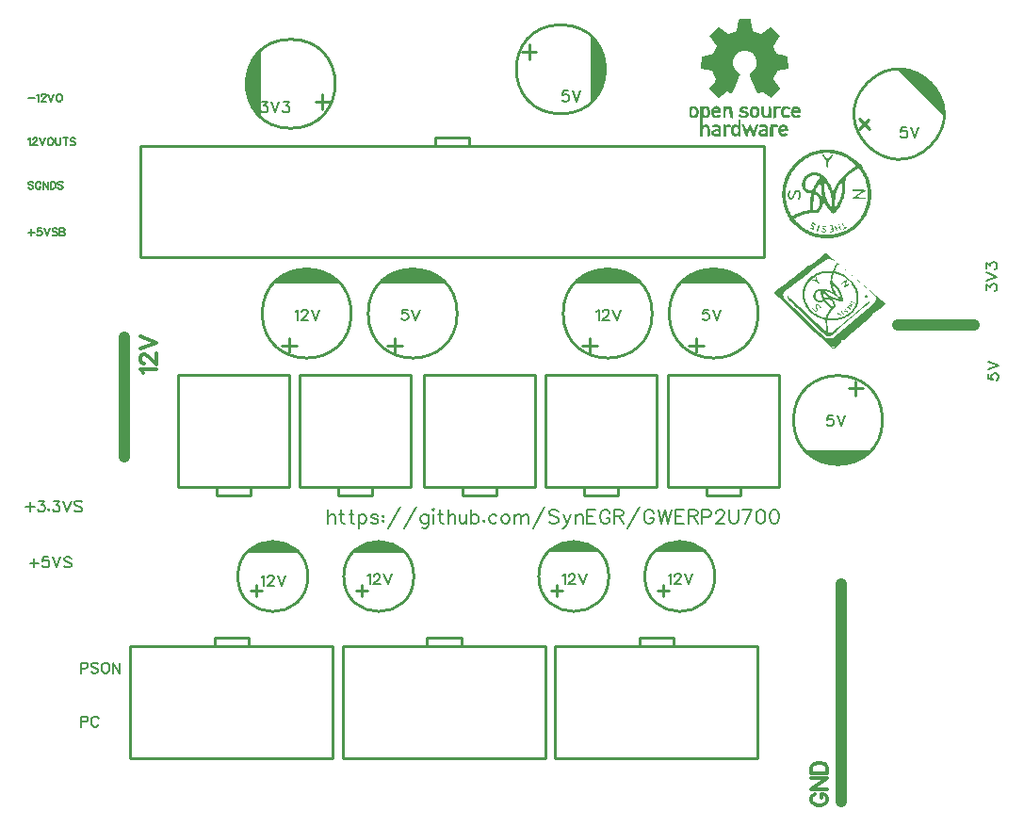
<source format=gto>
G04 Layer: TopSilkLayer*
G04 EasyEDA v6.4.19.4, 2021-09-27T21:18:42+08:00*
G04 328f29077b91436ca96412054b8b6626,119f753a6ce64b8d841f2ad33262ab0c,10*
G04 Gerber Generator version 0.2*
G04 Scale: 100 percent, Rotated: No, Reflected: No *
G04 Dimensions in millimeters *
G04 leading zeros omitted , absolute positions ,4 integer and 5 decimal *
%FSLAX45Y45*%
%MOMM*%

%ADD11C,0.2540*%
%ADD13C,1.0000*%
%ADD22C,0.2032*%
%ADD23C,0.3500*%
%ADD24C,0.2000*%

%LPD*%
G36*
X6972858Y7486853D02*
G01*
X6947357Y7486446D01*
X6941921Y7486040D01*
X6937756Y7485481D01*
X6934606Y7484719D01*
X6932371Y7483703D01*
X6930796Y7482433D01*
X6929780Y7480858D01*
X6929069Y7478928D01*
X6910019Y7380376D01*
X6837781Y7350150D01*
X6748272Y7411466D01*
X6670598Y7333742D01*
X6730695Y7245705D01*
X6713474Y7206183D01*
X6707733Y7193788D01*
X6702755Y7183678D01*
X6699097Y7177074D01*
X6697980Y7175500D01*
X6696100Y7174433D01*
X6692493Y7173010D01*
X6680657Y7169607D01*
X6664299Y7165746D01*
X6645046Y7161885D01*
X6596380Y7152792D01*
X6593840Y7042607D01*
X6644640Y7033259D01*
X6661099Y7029958D01*
X6674967Y7026859D01*
X6684568Y7024420D01*
X6687261Y7023506D01*
X6689547Y7022084D01*
X6692138Y7019544D01*
X6694881Y7015988D01*
X6697878Y7011365D01*
X6704279Y6999325D01*
X6707682Y6991959D01*
X6719366Y6963003D01*
X6723380Y6952335D01*
X6725615Y6945731D01*
X6725920Y6944309D01*
X6725361Y6942836D01*
X6721144Y6935419D01*
X6713575Y6923430D01*
X6703568Y6908241D01*
X6670040Y6858762D01*
X6747509Y6781241D01*
X6830314Y6838594D01*
X6857085Y6823659D01*
X6860336Y6822186D01*
X6863283Y6821271D01*
X6865924Y6821017D01*
X6868464Y6821576D01*
X6870903Y6822948D01*
X6873341Y6825335D01*
X6875830Y6828739D01*
X6878523Y6833362D01*
X6881520Y6839203D01*
X6888530Y6855053D01*
X6919264Y6930339D01*
X6939584Y6978294D01*
X6942226Y6985457D01*
X6943699Y6990486D01*
X6943750Y6992721D01*
X6930898Y7002018D01*
X6919620Y7011314D01*
X6909866Y7020712D01*
X6905548Y7025487D01*
X6901535Y7030313D01*
X6897928Y7035190D01*
X6894626Y7040118D01*
X6891680Y7045096D01*
X6889089Y7050227D01*
X6886803Y7055408D01*
X6884822Y7060692D01*
X6883196Y7066076D01*
X6881875Y7071614D01*
X6880859Y7077252D01*
X6880098Y7083094D01*
X6879691Y7089038D01*
X6879539Y7095134D01*
X6879691Y7101840D01*
X6880199Y7108393D01*
X6881012Y7114794D01*
X6882130Y7121042D01*
X6883552Y7127087D01*
X6885279Y7132929D01*
X6887260Y7138619D01*
X6889546Y7144105D01*
X6892137Y7149388D01*
X6894982Y7154468D01*
X6898081Y7159345D01*
X6901434Y7163968D01*
X6905040Y7168388D01*
X6908901Y7172553D01*
X6913016Y7176465D01*
X6917334Y7180173D01*
X6921906Y7183577D01*
X6926681Y7186726D01*
X6931659Y7189622D01*
X6936841Y7192264D01*
X6942226Y7194600D01*
X6947814Y7196632D01*
X6953605Y7198359D01*
X6959549Y7199833D01*
X6965645Y7200950D01*
X6971944Y7201763D01*
X6978396Y7202271D01*
X6985000Y7202424D01*
X6991603Y7202271D01*
X6998055Y7201763D01*
X7004354Y7200950D01*
X7010450Y7199833D01*
X7016394Y7198359D01*
X7022185Y7196632D01*
X7027773Y7194600D01*
X7033158Y7192264D01*
X7038340Y7189622D01*
X7043318Y7186726D01*
X7048093Y7183577D01*
X7052665Y7180173D01*
X7056983Y7176465D01*
X7061098Y7172553D01*
X7064959Y7168388D01*
X7068566Y7163968D01*
X7071918Y7159345D01*
X7075017Y7154468D01*
X7077862Y7149388D01*
X7080453Y7144105D01*
X7082739Y7138619D01*
X7084720Y7132929D01*
X7086447Y7127087D01*
X7087870Y7121042D01*
X7088987Y7114794D01*
X7089800Y7108393D01*
X7090308Y7101840D01*
X7090460Y7095134D01*
X7090308Y7088733D01*
X7089800Y7082536D01*
X7089038Y7076440D01*
X7087870Y7070496D01*
X7086447Y7064705D01*
X7084669Y7059066D01*
X7082586Y7053580D01*
X7080199Y7048246D01*
X7077456Y7043064D01*
X7074408Y7038035D01*
X7071055Y7033158D01*
X7067346Y7028383D01*
X7063333Y7023811D01*
X7059015Y7019340D01*
X7054342Y7015022D01*
X7041032Y7004253D01*
X7026909Y6993331D01*
X7027468Y6991096D01*
X7033056Y6975703D01*
X7059066Y6910171D01*
X7072172Y6878116D01*
X7083552Y6851040D01*
X7091222Y6833616D01*
X7094981Y6826351D01*
X7097318Y6822795D01*
X7099553Y6820509D01*
X7102094Y6819544D01*
X7105142Y6819798D01*
X7109002Y6821322D01*
X7113981Y6823964D01*
X7126478Y6831330D01*
X7132116Y6834225D01*
X7136688Y6836156D01*
X7139533Y6836867D01*
X7141209Y6836308D01*
X7148677Y6832092D01*
X7160412Y6824522D01*
X7175042Y6814515D01*
X7222134Y6780885D01*
X7300163Y6858965D01*
X7266482Y6908850D01*
X7256475Y6924090D01*
X7248906Y6936079D01*
X7244689Y6943394D01*
X7244080Y6944766D01*
X7245248Y6948728D01*
X7253122Y6969506D01*
X7262317Y6991959D01*
X7265720Y6999325D01*
X7272121Y7011365D01*
X7275118Y7015988D01*
X7277862Y7019544D01*
X7280452Y7022084D01*
X7282738Y7023506D01*
X7289596Y7025538D01*
X7301534Y7028332D01*
X7316927Y7031583D01*
X7376159Y7042607D01*
X7373620Y7152792D01*
X7315098Y7163816D01*
X7297115Y7167727D01*
X7289393Y7169607D01*
X7277709Y7173010D01*
X7274102Y7174433D01*
X7272324Y7175500D01*
X7269683Y7179868D01*
X7265365Y7188301D01*
X7254087Y7212736D01*
X7239812Y7245451D01*
X7299401Y7332675D01*
X7280706Y7353401D01*
X7261098Y7373416D01*
X7250277Y7383932D01*
X7221220Y7411110D01*
X7132218Y7350150D01*
X7059980Y7380325D01*
X7042251Y7473696D01*
X7041032Y7478928D01*
X7040321Y7480858D01*
X7039254Y7482433D01*
X7037679Y7483703D01*
X7035393Y7484719D01*
X7032244Y7485481D01*
X7028027Y7486040D01*
X7022592Y7486446D01*
X7007352Y7486802D01*
G37*
G36*
X6731711Y6705803D02*
G01*
X6726834Y6705701D01*
X6721906Y6704990D01*
X6716979Y6703669D01*
X6712153Y6701688D01*
X6707378Y6699046D01*
X6702755Y6695744D01*
X6698284Y6691782D01*
X6694474Y6687769D01*
X6691426Y6684009D01*
X6689090Y6680352D01*
X6687362Y6676542D01*
X6686194Y6672224D01*
X6685628Y6668262D01*
X6710121Y6668262D01*
X6712254Y6673240D01*
X6714794Y6676644D01*
X6718198Y6679234D01*
X6722211Y6681063D01*
X6726580Y6682028D01*
X6731101Y6682079D01*
X6735521Y6681266D01*
X6739636Y6679539D01*
X6743192Y6676898D01*
X6746138Y6673545D01*
X6747865Y6670802D01*
X6748170Y6668617D01*
X6747103Y6666890D01*
X6744614Y6665620D01*
X6740652Y6664807D01*
X6735114Y6664299D01*
X6728002Y6664147D01*
X6716826Y6664401D01*
X6711238Y6665518D01*
X6710121Y6668262D01*
X6685628Y6668262D01*
X6685127Y6661353D01*
X6685025Y6654292D01*
X6685280Y6646468D01*
X6685991Y6639153D01*
X6687261Y6632448D01*
X6688937Y6626250D01*
X6691122Y6620611D01*
X6693763Y6615531D01*
X6696811Y6611112D01*
X6700367Y6607200D01*
X6704330Y6603949D01*
X6708749Y6601358D01*
X6713575Y6599326D01*
X6718858Y6598005D01*
X6725564Y6596989D01*
X6731965Y6596634D01*
X6738010Y6596837D01*
X6743750Y6597700D01*
X6749237Y6599224D01*
X6754520Y6601358D01*
X6759600Y6604203D01*
X6764528Y6607657D01*
X6769608Y6611823D01*
X6771335Y6614668D01*
X6769709Y6617411D01*
X6764680Y6621322D01*
X6760667Y6623710D01*
X6756298Y6625183D01*
X6752183Y6625640D01*
X6748780Y6625031D01*
X6737756Y6621221D01*
X6728663Y6620002D01*
X6721246Y6621424D01*
X6715252Y6625437D01*
X6711238Y6629857D01*
X6708952Y6633413D01*
X6708597Y6636207D01*
X6710222Y6638290D01*
X6714032Y6639814D01*
X6720078Y6640728D01*
X6728561Y6641287D01*
X6771386Y6641439D01*
X6771386Y6661251D01*
X6771030Y6667246D01*
X6770116Y6672834D01*
X6768592Y6678117D01*
X6766559Y6682943D01*
X6764020Y6687413D01*
X6761073Y6691426D01*
X6757670Y6694982D01*
X6753961Y6698030D01*
X6749948Y6700672D01*
X6745681Y6702755D01*
X6741159Y6704330D01*
X6736537Y6705346D01*
G37*
G36*
X7076744Y6705498D02*
G01*
X7071258Y6705244D01*
X7065822Y6704330D01*
X7060438Y6702755D01*
X7055205Y6700570D01*
X7050176Y6697675D01*
X7045502Y6694068D01*
X7041540Y6690563D01*
X7038543Y6687261D01*
X7036257Y6683806D01*
X7034682Y6679793D01*
X7033666Y6674866D01*
X7033056Y6668566D01*
X7032753Y6650888D01*
X7053173Y6650888D01*
X7053580Y6657086D01*
X7054799Y6662775D01*
X7056628Y6667906D01*
X7059066Y6672325D01*
X7062012Y6676085D01*
X7065365Y6679082D01*
X7068972Y6681216D01*
X7072833Y6682435D01*
X7076846Y6682689D01*
X7080859Y6681876D01*
X7084822Y6679996D01*
X7088631Y6676898D01*
X7091476Y6672935D01*
X7093407Y6667906D01*
X7094474Y6662115D01*
X7094677Y6655816D01*
X7094169Y6649313D01*
X7092950Y6642760D01*
X7091121Y6636512D01*
X7088733Y6630822D01*
X7085838Y6625894D01*
X7082536Y6622084D01*
X7078827Y6619595D01*
X7074814Y6618681D01*
X7070648Y6619392D01*
X7066686Y6621373D01*
X7063028Y6624472D01*
X7059777Y6628485D01*
X7057034Y6633311D01*
X7055002Y6638798D01*
X7053630Y6644690D01*
X7053173Y6650888D01*
X7032753Y6650888D01*
X7033056Y6632448D01*
X7033666Y6626148D01*
X7034682Y6621221D01*
X7036257Y6617258D01*
X7038543Y6613804D01*
X7041540Y6610502D01*
X7045502Y6606946D01*
X7049871Y6603542D01*
X7054443Y6600799D01*
X7059168Y6598666D01*
X7063943Y6597192D01*
X7068870Y6596278D01*
X7073798Y6596075D01*
X7078776Y6596430D01*
X7083704Y6597446D01*
X7088631Y6599072D01*
X7093458Y6601358D01*
X7098233Y6604203D01*
X7102856Y6607708D01*
X7107174Y6611518D01*
X7110526Y6614972D01*
X7113016Y6618427D01*
X7114743Y6622338D01*
X7115860Y6627063D01*
X7116470Y6633006D01*
X7116775Y6640626D01*
X7116724Y6659219D01*
X7116419Y6666585D01*
X7115809Y6672630D01*
X7114844Y6677659D01*
X7113371Y6681927D01*
X7111441Y6685686D01*
X7108901Y6689293D01*
X7105650Y6693052D01*
X7101687Y6696760D01*
X7097268Y6699808D01*
X7092492Y6702196D01*
X7087412Y6703974D01*
X7082180Y6705041D01*
G37*
G36*
X6525259Y6705346D02*
G01*
X6519824Y6704990D01*
X6514541Y6704025D01*
X6509410Y6702399D01*
X6504635Y6700215D01*
X6500164Y6697370D01*
X6496151Y6693916D01*
X6492900Y6690410D01*
X6490309Y6687007D01*
X6488379Y6683349D01*
X6486956Y6679184D01*
X6485991Y6674205D01*
X6485382Y6668058D01*
X6484989Y6649770D01*
X6507734Y6649770D01*
X6508038Y6656984D01*
X6509004Y6663436D01*
X6510578Y6669074D01*
X6512610Y6673799D01*
X6515150Y6677609D01*
X6518097Y6680453D01*
X6521399Y6682282D01*
X6525006Y6683095D01*
X6528866Y6682841D01*
X6532930Y6681470D01*
X6537147Y6678930D01*
X6541516Y6675170D01*
X6544309Y6671005D01*
X6546596Y6665010D01*
X6548069Y6657848D01*
X6548628Y6650278D01*
X6547916Y6642455D01*
X6545935Y6635597D01*
X6542785Y6629806D01*
X6538772Y6625285D01*
X6533997Y6622186D01*
X6528663Y6620713D01*
X6522974Y6620916D01*
X6517131Y6623100D01*
X6512509Y6626504D01*
X6509613Y6631431D01*
X6508140Y6638899D01*
X6507734Y6649770D01*
X6484989Y6649770D01*
X6485331Y6633362D01*
X6485940Y6627266D01*
X6487058Y6622440D01*
X6488785Y6618478D01*
X6491274Y6615023D01*
X6494627Y6611569D01*
X6498996Y6607708D01*
X6504482Y6603542D01*
X6509918Y6600342D01*
X6515354Y6598056D01*
X6520942Y6596684D01*
X6526682Y6596227D01*
X6532676Y6596735D01*
X6539077Y6598056D01*
X6545834Y6600291D01*
X6549948Y6602323D01*
X6553708Y6605016D01*
X6557111Y6608318D01*
X6560159Y6612178D01*
X6562902Y6616547D01*
X6565239Y6621373D01*
X6567220Y6626504D01*
X6568795Y6631940D01*
X6570014Y6637578D01*
X6570878Y6643370D01*
X6571284Y6649262D01*
X6571284Y6655155D01*
X6570878Y6660997D01*
X6570065Y6666687D01*
X6568846Y6672224D01*
X6567170Y6677456D01*
X6565036Y6682384D01*
X6562445Y6686905D01*
X6559397Y6690969D01*
X6555892Y6694474D01*
X6551422Y6697827D01*
X6546545Y6700570D01*
X6541465Y6702704D01*
X6536131Y6704228D01*
X6530695Y6705092D01*
G37*
G36*
X7355535Y6705193D02*
G01*
X7349947Y6704838D01*
X7344511Y6704025D01*
X7339330Y6702653D01*
X7334503Y6700774D01*
X7330186Y6698437D01*
X7326477Y6695541D01*
X7322515Y6691477D01*
X7319060Y6687261D01*
X7316063Y6682892D01*
X7313574Y6678422D01*
X7311542Y6673799D01*
X7309916Y6669125D01*
X7308748Y6664350D01*
X7307986Y6659575D01*
X7307630Y6654800D01*
X7307681Y6650075D01*
X7308088Y6645351D01*
X7308850Y6640677D01*
X7309967Y6636156D01*
X7311440Y6631736D01*
X7313168Y6627469D01*
X7315250Y6623354D01*
X7317587Y6619443D01*
X7320229Y6615734D01*
X7323124Y6612331D01*
X7326274Y6609181D01*
X7329678Y6606286D01*
X7333284Y6603746D01*
X7337044Y6601561D01*
X7341057Y6599783D01*
X7345222Y6598361D01*
X7349591Y6597396D01*
X7354062Y6596837D01*
X7358684Y6596786D01*
X7363409Y6597243D01*
X7368286Y6598259D01*
X7373213Y6599783D01*
X7378242Y6601917D01*
X7388453Y6607556D01*
X7393127Y6612483D01*
X7392619Y6617512D01*
X7387132Y6623354D01*
X7383322Y6625844D01*
X7379360Y6626758D01*
X7374839Y6626250D01*
X7363815Y6622135D01*
X7358481Y6621119D01*
X7353553Y6621119D01*
X7349032Y6622084D01*
X7344968Y6624015D01*
X7341412Y6626758D01*
X7338466Y6630365D01*
X7336129Y6634683D01*
X7334453Y6639763D01*
X7333488Y6645503D01*
X7333284Y6651904D01*
X7333894Y6658813D01*
X7335520Y6665518D01*
X7338212Y6671157D01*
X7341819Y6675577D01*
X7346238Y6678828D01*
X7351369Y6680758D01*
X7357109Y6681368D01*
X7363307Y6680555D01*
X7376261Y6675780D01*
X7381036Y6675170D01*
X7384999Y6676593D01*
X7389164Y6680098D01*
X7392771Y6684314D01*
X7393533Y6687667D01*
X7391247Y6691274D01*
X7385659Y6696252D01*
X7381595Y6699046D01*
X7377023Y6701332D01*
X7371994Y6703059D01*
X7366660Y6704279D01*
X7361123Y6704990D01*
G37*
G36*
X6630009Y6705193D02*
G01*
X6623303Y6704380D01*
X6617512Y6702552D01*
X6613194Y6699605D01*
X6610553Y6697218D01*
X6608876Y6696405D01*
X6607962Y6697218D01*
X6607708Y6699605D01*
X6606844Y6701739D01*
X6604406Y6703466D01*
X6600799Y6704634D01*
X6596380Y6705041D01*
X6585000Y6705041D01*
X6585000Y6649770D01*
X6612280Y6649770D01*
X6612534Y6657594D01*
X6613347Y6664299D01*
X6614718Y6669938D01*
X6616649Y6674459D01*
X6619189Y6677914D01*
X6622338Y6680403D01*
X6626098Y6681825D01*
X6630466Y6682333D01*
X6633718Y6681876D01*
X6637172Y6680708D01*
X6640474Y6678980D01*
X6643166Y6676898D01*
X6645300Y6673037D01*
X6647027Y6666636D01*
X6648196Y6658609D01*
X6648653Y6649770D01*
X6648145Y6641084D01*
X6646722Y6633819D01*
X6644386Y6628079D01*
X6641236Y6623812D01*
X6637274Y6621170D01*
X6632600Y6620103D01*
X6627317Y6620814D01*
X6621373Y6623253D01*
X6616953Y6626606D01*
X6614159Y6631533D01*
X6612686Y6639001D01*
X6612280Y6649770D01*
X6585000Y6649770D01*
X6585000Y6432346D01*
X6599986Y6432448D01*
X6602780Y6432956D01*
X6604762Y6434175D01*
X6606133Y6436410D01*
X6606997Y6439966D01*
X6607505Y6445148D01*
X6607860Y6469786D01*
X6608876Y6484264D01*
X6609791Y6490512D01*
X6610959Y6496151D01*
X6612381Y6501079D01*
X6614007Y6505397D01*
X6615938Y6509054D01*
X6618071Y6512001D01*
X6620459Y6514338D01*
X6623100Y6515963D01*
X6625996Y6516928D01*
X6629095Y6517182D01*
X6632448Y6516827D01*
X6636054Y6515709D01*
X6639864Y6513982D01*
X6642455Y6512306D01*
X6644436Y6510223D01*
X6645960Y6507327D01*
X6647078Y6503365D01*
X6647891Y6498031D01*
X6648348Y6491020D01*
X6648856Y6448755D01*
X6649262Y6441948D01*
X6650126Y6437325D01*
X6651498Y6434480D01*
X6653479Y6433007D01*
X6656273Y6432448D01*
X6663740Y6432397D01*
X6666534Y6433007D01*
X6668566Y6434632D01*
X6669938Y6437782D01*
X6670751Y6442964D01*
X6671157Y6450685D01*
X6671360Y6475730D01*
X6671056Y6499860D01*
X6670548Y6508038D01*
X6669633Y6514338D01*
X6668160Y6519214D01*
X6666128Y6523278D01*
X6663334Y6526936D01*
X6659727Y6530746D01*
X6655358Y6534607D01*
X6650786Y6537502D01*
X6646062Y6539433D01*
X6640982Y6540347D01*
X6635496Y6540398D01*
X6629501Y6539433D01*
X6622948Y6537553D01*
X6613245Y6533946D01*
X6611416Y6533997D01*
X6609994Y6535216D01*
X6608978Y6537909D01*
X6608368Y6542278D01*
X6607962Y6548678D01*
X6607708Y6568694D01*
X6607962Y6588709D01*
X6608368Y6595109D01*
X6608978Y6599478D01*
X6609994Y6602171D01*
X6611416Y6603390D01*
X6613245Y6603441D01*
X6622948Y6599834D01*
X6629501Y6597954D01*
X6635496Y6596989D01*
X6640982Y6597040D01*
X6646062Y6597954D01*
X6650786Y6599885D01*
X6655358Y6602780D01*
X6659727Y6606641D01*
X6663232Y6610350D01*
X6665925Y6613855D01*
X6667957Y6617614D01*
X6669430Y6621881D01*
X6670395Y6627114D01*
X6671005Y6633565D01*
X6671309Y6641642D01*
X6671259Y6661099D01*
X6671005Y6668922D01*
X6670446Y6675323D01*
X6669582Y6680606D01*
X6668363Y6685025D01*
X6666738Y6688734D01*
X6664655Y6692036D01*
X6662115Y6695084D01*
X6657390Y6698894D01*
X6651396Y6701840D01*
X6644538Y6703872D01*
X6637223Y6705041D01*
G37*
G36*
X7146340Y6705041D02*
G01*
X7142632Y6704990D01*
X7139787Y6704380D01*
X7137806Y6702755D01*
X7136434Y6699605D01*
X7135622Y6694424D01*
X7135164Y6686702D01*
X7135012Y6661658D01*
X7135317Y6637731D01*
X7135825Y6629552D01*
X7136739Y6623253D01*
X7138111Y6618376D01*
X7140092Y6614363D01*
X7142734Y6610756D01*
X7146137Y6607098D01*
X7150811Y6603136D01*
X7155891Y6600037D01*
X7161275Y6597853D01*
X7166914Y6596532D01*
X7172655Y6596176D01*
X7178497Y6596684D01*
X7184237Y6598208D01*
X7193788Y6602475D01*
X7196531Y6603085D01*
X7198106Y6602475D01*
X7198614Y6600647D01*
X7199528Y6598818D01*
X7201966Y6597345D01*
X7205573Y6596329D01*
X7209993Y6595973D01*
X7221372Y6595973D01*
X7221321Y6673494D01*
X7220966Y6688886D01*
X7220559Y6694220D01*
X7220000Y6698234D01*
X7219188Y6701078D01*
X7218121Y6703009D01*
X7216749Y6704177D01*
X7215073Y6704787D01*
X7212990Y6705041D01*
X7206996Y6704939D01*
X7204354Y6704279D01*
X7202322Y6702704D01*
X7200900Y6699910D01*
X7199833Y6695440D01*
X7199122Y6688937D01*
X7196734Y6649669D01*
X7195921Y6642862D01*
X7194854Y6637426D01*
X7193584Y6633159D01*
X7191959Y6629857D01*
X7189927Y6627215D01*
X7187488Y6625132D01*
X7180478Y6620560D01*
X7175296Y6619138D01*
X7170521Y6620865D01*
X7164882Y6625844D01*
X7163053Y6628130D01*
X7161530Y6631076D01*
X7160259Y6634784D01*
X7159294Y6639407D01*
X7158583Y6644995D01*
X7158075Y6651752D01*
X7157516Y6689598D01*
X7157059Y6695998D01*
X7156246Y6700316D01*
X7154875Y6703009D01*
X7152843Y6704380D01*
X7150049Y6704939D01*
G37*
G36*
X6789572Y6705041D02*
G01*
X6789572Y6595973D01*
X6804355Y6596075D01*
X6807098Y6596735D01*
X6809130Y6598259D01*
X6810603Y6601206D01*
X6811568Y6605981D01*
X6812280Y6612940D01*
X6814210Y6654901D01*
X6814921Y6662064D01*
X6815886Y6667753D01*
X6817055Y6672072D01*
X6818528Y6675374D01*
X6820306Y6677812D01*
X6822490Y6679539D01*
X6826605Y6681622D01*
X6830466Y6682282D01*
X6834276Y6681622D01*
X6838391Y6679539D01*
X6840575Y6677812D01*
X6842353Y6675374D01*
X6843928Y6672021D01*
X6845198Y6667703D01*
X6846265Y6662115D01*
X6847179Y6655155D01*
X6850176Y6614414D01*
X6851040Y6607556D01*
X6852259Y6602882D01*
X6853986Y6599936D01*
X6856374Y6598259D01*
X6859574Y6597345D01*
X6876796Y6595262D01*
X6874662Y6655612D01*
X6874052Y6666687D01*
X6873240Y6675272D01*
X6872173Y6681724D01*
X6870700Y6686651D01*
X6868769Y6690359D01*
X6866178Y6693458D01*
X6862927Y6696354D01*
X6857847Y6699656D01*
X6851954Y6702145D01*
X6845503Y6703872D01*
X6838899Y6704736D01*
X6832498Y6704787D01*
X6826605Y6703974D01*
X6821576Y6702247D01*
X6817715Y6699605D01*
X6815074Y6697218D01*
X6813397Y6696405D01*
X6812534Y6697218D01*
X6812280Y6699605D01*
X6811365Y6701739D01*
X6808927Y6703466D01*
X6805320Y6704634D01*
X6800900Y6705041D01*
G37*
G36*
X6981596Y6704990D02*
G01*
X6973620Y6704736D01*
X6965950Y6703669D01*
X6958787Y6701790D01*
X6952386Y6699097D01*
X6947001Y6695643D01*
X6942886Y6691884D01*
X6939686Y6687820D01*
X6937400Y6683502D01*
X6935927Y6679082D01*
X6935317Y6674561D01*
X6935470Y6670040D01*
X6936333Y6665620D01*
X6937959Y6661353D01*
X6940245Y6657289D01*
X6943191Y6653530D01*
X6946696Y6650126D01*
X6950811Y6647180D01*
X6955434Y6644792D01*
X6960565Y6642963D01*
X6966203Y6641795D01*
X6978802Y6641033D01*
X6984542Y6639915D01*
X6989216Y6638137D01*
X6992772Y6635902D01*
X6995109Y6633260D01*
X6996023Y6630314D01*
X6995363Y6627215D01*
X6993077Y6624015D01*
X6989724Y6621576D01*
X6985508Y6619951D01*
X6980580Y6619087D01*
X6975246Y6618935D01*
X6969709Y6619595D01*
X6964172Y6620967D01*
X6958838Y6623100D01*
X6948627Y6629196D01*
X6944461Y6630517D01*
X6940803Y6630009D01*
X6937095Y6627622D01*
X6931914Y6622034D01*
X6931355Y6617004D01*
X6935673Y6611620D01*
X6945223Y6605016D01*
X6950252Y6602272D01*
X6955332Y6600037D01*
X6960463Y6598361D01*
X6965645Y6597142D01*
X6970775Y6596430D01*
X6975856Y6596176D01*
X6980834Y6596329D01*
X6985660Y6596888D01*
X6990334Y6597853D01*
X6994855Y6599224D01*
X6999071Y6600901D01*
X7003084Y6602933D01*
X7006742Y6605270D01*
X7010044Y6607860D01*
X7012990Y6610756D01*
X7015480Y6613906D01*
X7017562Y6617258D01*
X7019137Y6620865D01*
X7020204Y6624624D01*
X7020661Y6628536D01*
X7020559Y6632600D01*
X7019798Y6636816D01*
X7018426Y6641134D01*
X7016292Y6645503D01*
X7013905Y6649212D01*
X7011162Y6652310D01*
X7007707Y6655003D01*
X7003288Y6657340D01*
X6997598Y6659575D01*
X6990334Y6661708D01*
X6969912Y6666382D01*
X6964984Y6667855D01*
X6961327Y6669836D01*
X6959142Y6672173D01*
X6958888Y6674561D01*
X6960920Y6677152D01*
X6964730Y6679184D01*
X6969912Y6680606D01*
X6975805Y6681368D01*
X6982002Y6681419D01*
X6987997Y6680758D01*
X6993178Y6679336D01*
X6997141Y6677152D01*
X7000951Y6674510D01*
X7004050Y6674053D01*
X7006996Y6675831D01*
X7010501Y6679946D01*
X7015276Y6687616D01*
X7016140Y6692950D01*
X7012838Y6696964D01*
X7005167Y6700621D01*
X6997598Y6702958D01*
X6989622Y6704431D01*
G37*
G36*
X7445451Y6704939D02*
G01*
X7438085Y6704482D01*
X7430770Y6703364D01*
X7424420Y6701790D01*
X7419797Y6699910D01*
X7416038Y6696811D01*
X7412024Y6691985D01*
X7408164Y6686042D01*
X7405014Y6679742D01*
X7402880Y6674002D01*
X7401142Y6668262D01*
X7423759Y6668262D01*
X7425893Y6673240D01*
X7428433Y6676644D01*
X7431836Y6679234D01*
X7435850Y6681063D01*
X7440218Y6682028D01*
X7444740Y6682079D01*
X7449159Y6681266D01*
X7453274Y6679539D01*
X7456830Y6676898D01*
X7459776Y6673545D01*
X7461453Y6670802D01*
X7461808Y6668617D01*
X7460742Y6666890D01*
X7458252Y6665620D01*
X7454290Y6664807D01*
X7448753Y6664299D01*
X7441641Y6664147D01*
X7430465Y6664401D01*
X7424877Y6665518D01*
X7423759Y6668262D01*
X7401142Y6668262D01*
X7399934Y6662724D01*
X7399121Y6657238D01*
X7398766Y6651853D01*
X7398766Y6646621D01*
X7399223Y6641541D01*
X7400036Y6636613D01*
X7401204Y6631889D01*
X7402728Y6627368D01*
X7404557Y6623100D01*
X7406741Y6619087D01*
X7409180Y6615328D01*
X7411923Y6611823D01*
X7414971Y6608673D01*
X7418222Y6605778D01*
X7421727Y6603288D01*
X7425486Y6601104D01*
X7429398Y6599326D01*
X7433564Y6597903D01*
X7437881Y6596888D01*
X7442301Y6596329D01*
X7446924Y6596227D01*
X7451648Y6596532D01*
X7456525Y6597345D01*
X7461453Y6598666D01*
X7466482Y6600545D01*
X7471613Y6602882D01*
X7480401Y6608216D01*
X7484262Y6612940D01*
X7483398Y6617766D01*
X7478014Y6623354D01*
X7474102Y6625996D01*
X7470343Y6626859D01*
X7465974Y6626047D01*
X7455357Y6621170D01*
X7450531Y6619748D01*
X7445959Y6619341D01*
X7441641Y6619798D01*
X7437628Y6621272D01*
X7433818Y6623608D01*
X7430312Y6626961D01*
X7427061Y6631178D01*
X7420254Y6641439D01*
X7485024Y6641439D01*
X7485024Y6662064D01*
X7484719Y6668668D01*
X7483805Y6674713D01*
X7482331Y6680301D01*
X7480300Y6685330D01*
X7477709Y6689852D01*
X7474610Y6693814D01*
X7470952Y6697167D01*
X7466787Y6699961D01*
X7462164Y6702145D01*
X7457033Y6703720D01*
X7451445Y6704634D01*
G37*
G36*
X7273493Y6704533D02*
G01*
X7239558Y6704380D01*
X7239558Y6595364D01*
X7256119Y6597345D01*
X7259218Y6598259D01*
X7261504Y6599885D01*
X7263079Y6602730D01*
X7264196Y6607200D01*
X7264908Y6613652D01*
X7265873Y6634378D01*
X7266940Y6651802D01*
X7267752Y6658762D01*
X7268768Y6664706D01*
X7270038Y6669684D01*
X7271562Y6673697D01*
X7273391Y6676796D01*
X7275575Y6679082D01*
X7278065Y6680606D01*
X7280960Y6681419D01*
X7284262Y6681520D01*
X7288022Y6681063D01*
X7292441Y6680962D01*
X7296962Y6682028D01*
X7301331Y6684060D01*
X7305243Y6686854D01*
X7308342Y6690055D01*
X7310424Y6693509D01*
X7311186Y6696913D01*
X7310272Y6700062D01*
X7309002Y6700977D01*
X7306462Y6701840D01*
X7302855Y6702653D01*
X7292898Y6703872D01*
X7280351Y6704482D01*
G37*
G36*
X6937298Y6582308D02*
G01*
X6930948Y6581749D01*
X6927545Y6578701D01*
X6926173Y6571132D01*
X6925716Y6543141D01*
X6924548Y6536232D01*
X6921703Y6534810D01*
X6910171Y6539534D01*
X6903516Y6540601D01*
X6896608Y6540398D01*
X6889851Y6539026D01*
X6883400Y6536537D01*
X6877608Y6533032D01*
X6872731Y6528562D01*
X6869125Y6523278D01*
X6867194Y6518757D01*
X6865620Y6513372D01*
X6864350Y6507327D01*
X6863435Y6500774D01*
X6862825Y6493814D01*
X6862596Y6483299D01*
X6886651Y6483299D01*
X6886854Y6491122D01*
X6888073Y6498285D01*
X6890410Y6504533D01*
X6893661Y6509816D01*
X6897827Y6513982D01*
X6902805Y6516878D01*
X6908546Y6518351D01*
X6910324Y6517894D01*
X6912813Y6516471D01*
X6915759Y6514287D01*
X6918756Y6511544D01*
X6921652Y6507378D01*
X6923786Y6501739D01*
X6925157Y6495034D01*
X6925665Y6487820D01*
X6925462Y6480403D01*
X6924395Y6473393D01*
X6922516Y6467094D01*
X6919823Y6462064D01*
X6915708Y6457950D01*
X6911086Y6455664D01*
X6906209Y6455156D01*
X6901332Y6456273D01*
X6896811Y6458915D01*
X6892798Y6462979D01*
X6889699Y6468313D01*
X6887667Y6474917D01*
X6886651Y6483299D01*
X6862596Y6483299D01*
X6863029Y6472783D01*
X6863791Y6466230D01*
X6864908Y6460236D01*
X6866331Y6454952D01*
X6868109Y6450584D01*
X6871512Y6445351D01*
X6875830Y6440932D01*
X6880910Y6437477D01*
X6886600Y6434937D01*
X6892747Y6433413D01*
X6899249Y6433007D01*
X6905853Y6433667D01*
X6917690Y6437223D01*
X6921957Y6437934D01*
X6924852Y6437680D01*
X6925919Y6436461D01*
X6926783Y6434886D01*
X6929272Y6433566D01*
X6932879Y6432651D01*
X6937298Y6432346D01*
X6948627Y6432346D01*
X6948627Y6582308D01*
G37*
G36*
X6802932Y6541414D02*
G01*
X6800189Y6541160D01*
X6798056Y6540042D01*
X6796481Y6537604D01*
X6795414Y6533235D01*
X6794703Y6526530D01*
X6794296Y6516878D01*
X6794093Y6486855D01*
X6794093Y6432346D01*
X6809181Y6432448D01*
X6811975Y6433007D01*
X6814007Y6434480D01*
X6815328Y6437325D01*
X6816191Y6441948D01*
X6816598Y6448755D01*
X6817106Y6490766D01*
X6817614Y6497777D01*
X6818325Y6503111D01*
X6819392Y6507124D01*
X6820865Y6510020D01*
X6822795Y6512153D01*
X6825183Y6513779D01*
X6829094Y6515303D01*
X6833666Y6516217D01*
X6838289Y6516471D01*
X6842404Y6515912D01*
X6846671Y6515607D01*
X6851142Y6516725D01*
X6855510Y6519164D01*
X6859625Y6522821D01*
X6864096Y6528155D01*
X6865213Y6531508D01*
X6862521Y6534251D01*
X6855714Y6537604D01*
X6849211Y6539992D01*
X6843217Y6540855D01*
X6837070Y6540246D01*
X6824573Y6536435D01*
X6819849Y6535674D01*
X6816293Y6535978D01*
X6814312Y6537299D01*
X6812584Y6538874D01*
X6809892Y6540195D01*
X6806539Y6541109D01*
G37*
G36*
X7229195Y6541312D02*
G01*
X7221067Y6540855D01*
X7215327Y6538366D01*
X7214717Y6536740D01*
X7214108Y6533134D01*
X7213142Y6521094D01*
X7212533Y6504076D01*
X7212279Y6483858D01*
X7212279Y6432346D01*
X7239558Y6432346D01*
X7239609Y6482080D01*
X7239863Y6491020D01*
X7240320Y6498031D01*
X7241082Y6503365D01*
X7242200Y6507327D01*
X7243724Y6510223D01*
X7245756Y6512306D01*
X7248296Y6513982D01*
X7252258Y6515557D01*
X7256627Y6516471D01*
X7260793Y6516624D01*
X7264298Y6515912D01*
X7271003Y6515557D01*
X7277760Y6518605D01*
X7282942Y6523990D01*
X7285024Y6530543D01*
X7284059Y6533591D01*
X7281468Y6536131D01*
X7277557Y6538163D01*
X7272731Y6539534D01*
X7267244Y6540246D01*
X7261504Y6540195D01*
X7255814Y6539331D01*
X7245959Y6535775D01*
X7242505Y6535064D01*
X7240320Y6535470D01*
X7239558Y6536994D01*
X7236409Y6539941D01*
G37*
G36*
X7095998Y6541312D02*
G01*
X7087514Y6539331D01*
X7082790Y6535724D01*
X7063943Y6470954D01*
X7049363Y6514033D01*
X7046569Y6521450D01*
X7044029Y6527393D01*
X7041692Y6531965D01*
X7039406Y6535267D01*
X7037171Y6537502D01*
X7034936Y6538772D01*
X7032548Y6539128D01*
X7030161Y6538772D01*
X7027976Y6537655D01*
X7025894Y6535674D01*
X7023811Y6532676D01*
X7021677Y6528562D01*
X7019442Y6523278D01*
X7006996Y6486245D01*
X7004151Y6478930D01*
X7002424Y6475526D01*
X7000798Y6477203D01*
X6998157Y6483502D01*
X6994906Y6493459D01*
X6986320Y6524040D01*
X6984238Y6529933D01*
X6982104Y6534150D01*
X6979869Y6537045D01*
X6977227Y6538874D01*
X6974078Y6539941D01*
X6970217Y6540601D01*
X6965391Y6540855D01*
X6961378Y6540550D01*
X6958736Y6539788D01*
X6957720Y6538518D01*
X6959041Y6533083D01*
X6968083Y6503873D01*
X6981190Y6464147D01*
X6986270Y6450228D01*
X6988403Y6445097D01*
X6990384Y6441033D01*
X6992264Y6437884D01*
X6994042Y6435598D01*
X6995820Y6433972D01*
X6997649Y6433007D01*
X6999630Y6432499D01*
X7001764Y6432346D01*
X7004812Y6432600D01*
X7007402Y6433464D01*
X7009739Y6435242D01*
X7011924Y6438087D01*
X7014057Y6442151D01*
X7016343Y6447739D01*
X7025538Y6476492D01*
X7028992Y6486601D01*
X7031634Y6493459D01*
X7033056Y6495948D01*
X7034479Y6493459D01*
X7037070Y6486601D01*
X7040524Y6476492D01*
X7047280Y6455003D01*
X7049770Y6447739D01*
X7052005Y6442151D01*
X7054189Y6438087D01*
X7056374Y6435242D01*
X7058659Y6433464D01*
X7061301Y6432600D01*
X7064298Y6432346D01*
X7066483Y6432448D01*
X7068464Y6433007D01*
X7070293Y6433972D01*
X7072071Y6435547D01*
X7073798Y6437884D01*
X7075627Y6441033D01*
X7079691Y6450279D01*
X7084720Y6464300D01*
X7097572Y6504330D01*
X7106412Y6533388D01*
X7107732Y6538569D01*
X7104075Y6541211D01*
G37*
G36*
X7330592Y6541007D02*
G01*
X7325359Y6540855D01*
X7320178Y6539992D01*
X7315047Y6538366D01*
X7310018Y6535928D01*
X7305294Y6532930D01*
X7301280Y6529679D01*
X7297775Y6526072D01*
X7294829Y6522008D01*
X7292340Y6517436D01*
X7290257Y6512255D01*
X7288580Y6506464D01*
X7287155Y6499402D01*
X7310831Y6499402D01*
X7310932Y6502654D01*
X7314844Y6508699D01*
X7318298Y6512661D01*
X7322159Y6515455D01*
X7326325Y6517131D01*
X7330643Y6517640D01*
X7334910Y6517081D01*
X7338923Y6515404D01*
X7342581Y6512610D01*
X7345730Y6508699D01*
X7347712Y6504990D01*
X7348626Y6502044D01*
X7348270Y6499758D01*
X7346696Y6498082D01*
X7343749Y6497015D01*
X7339431Y6496456D01*
X7333640Y6496405D01*
X7326274Y6496812D01*
X7315606Y6497828D01*
X7310831Y6499402D01*
X7287155Y6499402D01*
X7286548Y6494272D01*
X7286345Y6488379D01*
X7286548Y6482384D01*
X7287209Y6476390D01*
X7288275Y6470446D01*
X7289698Y6464655D01*
X7291476Y6459169D01*
X7293559Y6454038D01*
X7295896Y6449364D01*
X7298486Y6445300D01*
X7301331Y6441897D01*
X7304328Y6439306D01*
X7308189Y6437071D01*
X7312659Y6435242D01*
X7317587Y6433921D01*
X7322870Y6432956D01*
X7328408Y6432499D01*
X7333996Y6432448D01*
X7339584Y6432854D01*
X7345019Y6433667D01*
X7350201Y6434886D01*
X7354976Y6436563D01*
X7359243Y6438646D01*
X7362901Y6441135D01*
X7368895Y6446266D01*
X7371080Y6449669D01*
X7369606Y6452616D01*
X7364628Y6456629D01*
X7360158Y6459321D01*
X7355890Y6460642D01*
X7351826Y6460591D01*
X7338923Y6455918D01*
X7329982Y6455359D01*
X7321753Y6457492D01*
X7314844Y6462217D01*
X7311390Y6466230D01*
X7309815Y6469583D01*
X7310221Y6472275D01*
X7312710Y6474358D01*
X7317333Y6475933D01*
X7324191Y6477000D01*
X7333386Y6477609D01*
X7377125Y6477762D01*
X7374534Y6497116D01*
X7373315Y6503263D01*
X7371537Y6509105D01*
X7369149Y6514541D01*
X7366253Y6519519D01*
X7362850Y6524142D01*
X7359091Y6528206D01*
X7354925Y6531813D01*
X7350455Y6534861D01*
X7345730Y6537350D01*
X7340803Y6539179D01*
X7335774Y6540449D01*
G37*
G36*
X7146188Y6540550D02*
G01*
X7139686Y6540042D01*
X7133437Y6538823D01*
X7127494Y6536893D01*
X7119112Y6532524D01*
X7115302Y6527901D01*
X7115962Y6522720D01*
X7121042Y6516725D01*
X7125665Y6513068D01*
X7129627Y6511544D01*
X7133640Y6512052D01*
X7143445Y6516776D01*
X7148830Y6517894D01*
X7154316Y6517894D01*
X7159599Y6516928D01*
X7164222Y6515049D01*
X7167981Y6512356D01*
X7170470Y6508953D01*
X7171385Y6504990D01*
X7170572Y6500266D01*
X7167372Y6497574D01*
X7160463Y6496304D01*
X7137552Y6495491D01*
X7128967Y6493916D01*
X7122261Y6491122D01*
X7116825Y6486855D01*
X7112863Y6481978D01*
X7110069Y6476492D01*
X7108494Y6470650D01*
X7108106Y6465519D01*
X7131253Y6465519D01*
X7131659Y6468567D01*
X7133183Y6471259D01*
X7135875Y6473494D01*
X7139584Y6475272D01*
X7144359Y6476593D01*
X7150150Y6477406D01*
X7156907Y6477711D01*
X7164730Y6477406D01*
X7169099Y6475984D01*
X7170775Y6472885D01*
X7170521Y6467551D01*
X7169099Y6462420D01*
X7166000Y6459067D01*
X7160514Y6457035D01*
X7152030Y6455918D01*
X7143851Y6455664D01*
X7138111Y6456527D01*
X7134301Y6458610D01*
X7132015Y6462064D01*
X7131253Y6465519D01*
X7108106Y6465519D01*
X7108037Y6464604D01*
X7108799Y6458559D01*
X7110679Y6452768D01*
X7113778Y6447332D01*
X7117994Y6442456D01*
X7121194Y6439712D01*
X7124496Y6437528D01*
X7128154Y6435902D01*
X7132472Y6434683D01*
X7137653Y6433820D01*
X7144003Y6433312D01*
X7161174Y6433108D01*
X7194092Y6433413D01*
X7194042Y6481572D01*
X7193584Y6497015D01*
X7192822Y6509816D01*
X7191857Y6518452D01*
X7191248Y6520738D01*
X7189114Y6524701D01*
X7185914Y6528307D01*
X7181850Y6531559D01*
X7176973Y6534353D01*
X7171486Y6536639D01*
X7165543Y6538468D01*
X7159244Y6539738D01*
X7152741Y6540449D01*
G37*
G36*
X6720128Y6540347D02*
G01*
X6713220Y6539788D01*
X6707733Y6538417D01*
X6698234Y6533743D01*
X6693357Y6529171D01*
X6692849Y6524244D01*
X6696506Y6518554D01*
X6700672Y6514693D01*
X6704888Y6513017D01*
X6710019Y6513372D01*
X6722770Y6517335D01*
X6728002Y6517995D01*
X6732879Y6517690D01*
X6737248Y6516522D01*
X6741007Y6514439D01*
X6744106Y6511544D01*
X6746392Y6507886D01*
X6747814Y6503416D01*
X6747662Y6499707D01*
X6744716Y6497421D01*
X6738162Y6496253D01*
X6720230Y6495592D01*
X6713829Y6494576D01*
X6707987Y6493002D01*
X6702704Y6490817D01*
X6698030Y6488125D01*
X6693966Y6485026D01*
X6690563Y6481521D01*
X6687870Y6477711D01*
X6685940Y6473647D01*
X6684721Y6469380D01*
X6684573Y6467754D01*
X6707987Y6467754D01*
X6709460Y6470802D01*
X6712762Y6473647D01*
X6716674Y6475374D01*
X6721906Y6476593D01*
X6727799Y6477355D01*
X6733844Y6477609D01*
X6739483Y6477355D01*
X6744208Y6476593D01*
X6747459Y6475374D01*
X6748627Y6473596D01*
X6747357Y6465316D01*
X6743547Y6459524D01*
X6736943Y6456172D01*
X6727545Y6455054D01*
X6721602Y6455562D01*
X6716572Y6456984D01*
X6712508Y6459067D01*
X6709613Y6461658D01*
X6708089Y6464655D01*
X6707987Y6467754D01*
X6684573Y6467754D01*
X6684314Y6464909D01*
X6684721Y6460388D01*
X6686042Y6455765D01*
X6688226Y6451193D01*
X6691325Y6446672D01*
X6695389Y6442303D01*
X6698640Y6439560D01*
X6701993Y6437325D01*
X6705650Y6435648D01*
X6709968Y6434429D01*
X6715150Y6433566D01*
X6721449Y6433058D01*
X6738569Y6432854D01*
X6771386Y6433159D01*
X6771284Y6490462D01*
X6771030Y6500825D01*
X6770573Y6509054D01*
X6769811Y6515404D01*
X6768642Y6520332D01*
X6767068Y6524142D01*
X6765036Y6527190D01*
X6762445Y6529882D01*
X6757974Y6532829D01*
X6751777Y6535420D01*
X6744360Y6537502D01*
X6736232Y6539128D01*
X6728002Y6540093D01*
G37*
G36*
X7701432Y6312611D02*
G01*
X7684820Y6312509D01*
X7673695Y6312154D01*
X7670800Y6311900D01*
X7658658Y6309918D01*
X7646670Y6307582D01*
X7634833Y6304991D01*
X7623200Y6302044D01*
X7611719Y6298793D01*
X7600391Y6295237D01*
X7589215Y6291427D01*
X7578242Y6287312D01*
X7567472Y6282893D01*
X7556855Y6278219D01*
X7546441Y6273241D01*
X7536180Y6268008D01*
X7526121Y6262573D01*
X7516317Y6256832D01*
X7506665Y6250838D01*
X7497216Y6244590D01*
X7487970Y6238138D01*
X7478979Y6231432D01*
X7470140Y6224473D01*
X7461554Y6217361D01*
X7453172Y6209995D01*
X7437120Y6194602D01*
X7429449Y6186627D01*
X7421981Y6178448D01*
X7414768Y6170066D01*
X7407808Y6161532D01*
X7394600Y6143904D01*
X7382408Y6125565D01*
X7376718Y6116167D01*
X7371283Y6106617D01*
X7366101Y6096965D01*
X7361174Y6087110D01*
X7356551Y6077153D01*
X7352182Y6067044D01*
X7348067Y6056833D01*
X7344257Y6046520D01*
X7340752Y6036056D01*
X7337552Y6025489D01*
X7334605Y6014872D01*
X7331964Y6004102D01*
X7329627Y5993282D01*
X7327595Y5982309D01*
X7325868Y5971336D01*
X7324445Y5960262D01*
X7323378Y5949086D01*
X7322566Y5937859D01*
X7322108Y5926582D01*
X7321970Y5913729D01*
X7353350Y5913729D01*
X7353503Y5927750D01*
X7354062Y5941618D01*
X7355027Y5955080D01*
X7356348Y5967933D01*
X7358024Y5979972D01*
X7360107Y5990945D01*
X7363002Y6003188D01*
X7366304Y6015278D01*
X7369962Y6027216D01*
X7373975Y6038951D01*
X7378395Y6050534D01*
X7383170Y6061913D01*
X7388250Y6073038D01*
X7393736Y6084011D01*
X7399528Y6094730D01*
X7405674Y6105245D01*
X7412126Y6115558D01*
X7418933Y6125616D01*
X7425994Y6135420D01*
X7433411Y6145022D01*
X7441082Y6154318D01*
X7449108Y6163360D01*
X7457338Y6172149D01*
X7465872Y6180632D01*
X7474712Y6188862D01*
X7483754Y6196838D01*
X7493101Y6204458D01*
X7502702Y6211824D01*
X7512507Y6218834D01*
X7522565Y6225540D01*
X7532827Y6231940D01*
X7543292Y6237986D01*
X7554010Y6243726D01*
X7564932Y6249111D01*
X7576058Y6254140D01*
X7587335Y6258814D01*
X7598867Y6263132D01*
X7610500Y6267094D01*
X7622336Y6270650D01*
X7634376Y6273800D01*
X7646517Y6276594D01*
X7658811Y6279032D01*
X7669377Y6280607D01*
X7681163Y6281826D01*
X7693812Y6282690D01*
X7707020Y6283198D01*
X7720584Y6283401D01*
X7734198Y6283198D01*
X7747558Y6282690D01*
X7760360Y6281775D01*
X7772400Y6280556D01*
X7783322Y6278981D01*
X7796326Y6276492D01*
X7809230Y6273546D01*
X7822082Y6270091D01*
X7834782Y6266230D01*
X7847380Y6261912D01*
X7859826Y6257137D01*
X7872069Y6251956D01*
X7884109Y6246368D01*
X7895945Y6240373D01*
X7907528Y6233972D01*
X7918907Y6227216D01*
X7929930Y6220053D01*
X7940700Y6212535D01*
X7951114Y6204661D01*
X7961172Y6196482D01*
X7970926Y6187897D01*
X7981950Y6177381D01*
X7987741Y6171082D01*
X7986877Y6168644D01*
X7982661Y6164783D01*
X7975295Y6159601D01*
X7947456Y6142583D01*
X7936026Y6135065D01*
X7924901Y6127292D01*
X7914081Y6119266D01*
X7903616Y6110986D01*
X7893456Y6102451D01*
X7883652Y6093714D01*
X7874203Y6084773D01*
X7865109Y6075578D01*
X7856372Y6066231D01*
X7848041Y6056731D01*
X7840065Y6047028D01*
X7832445Y6037173D01*
X7825282Y6027115D01*
X7818526Y6016955D01*
X7812176Y6006693D01*
X7806283Y5996279D01*
X7800797Y5985764D01*
X7795768Y5975146D01*
X7791196Y5964428D01*
X7787131Y5953658D01*
X7782661Y5940755D01*
X7780934Y5937605D01*
X7779562Y5938266D01*
X7768691Y5964072D01*
X7762392Y5977940D01*
X7755890Y5991199D01*
X7749184Y6003798D01*
X7742377Y6015786D01*
X7735366Y6027115D01*
X7728305Y6037783D01*
X7721092Y6047740D01*
X7713776Y6056985D01*
X7706359Y6065469D01*
X7698892Y6073190D01*
X7691374Y6080150D01*
X7683804Y6086297D01*
X7676235Y6091631D01*
X7668666Y6096101D01*
X7664856Y6098032D01*
X7659522Y6100368D01*
X7654137Y6102451D01*
X7648651Y6104229D01*
X7643114Y6105753D01*
X7637525Y6106972D01*
X7631887Y6107938D01*
X7626248Y6108598D01*
X7614869Y6109157D01*
X7603490Y6108700D01*
X7592263Y6107176D01*
X7581239Y6104737D01*
X7570520Y6101283D01*
X7560208Y6096914D01*
X7555230Y6094425D01*
X7545628Y6088735D01*
X7541056Y6085586D01*
X7532471Y6078626D01*
X7524648Y6070854D01*
X7521041Y6066688D01*
X7514539Y6057798D01*
X7511643Y6053074D01*
X7506411Y6042761D01*
X7504379Y6038037D01*
X7502855Y6033566D01*
X7501737Y6028994D01*
X7500975Y6024067D01*
X7500467Y6018428D01*
X7500112Y6003645D01*
X7526121Y6003594D01*
X7526477Y6010046D01*
X7527188Y6015431D01*
X7528255Y6020714D01*
X7529728Y6025845D01*
X7531506Y6030772D01*
X7533640Y6035548D01*
X7536078Y6040170D01*
X7538872Y6044590D01*
X7541920Y6048806D01*
X7545222Y6052820D01*
X7548829Y6056630D01*
X7552639Y6060236D01*
X7556703Y6063589D01*
X7560970Y6066688D01*
X7565491Y6069584D01*
X7570165Y6072174D01*
X7574991Y6074511D01*
X7579969Y6076594D01*
X7585100Y6078372D01*
X7590383Y6079845D01*
X7595768Y6081014D01*
X7601254Y6081877D01*
X7606792Y6082436D01*
X7612430Y6082690D01*
X7618069Y6082588D01*
X7623809Y6082131D01*
X7629550Y6081318D01*
X7635290Y6080099D01*
X7641031Y6078575D01*
X7649209Y6076035D01*
X7655102Y6073902D01*
X7658912Y6071768D01*
X7660690Y6069380D01*
X7660538Y6066383D01*
X7658506Y6062472D01*
X7654798Y6057290D01*
X7645958Y6046216D01*
X7639151Y6037072D01*
X7632496Y6027470D01*
X7626045Y6017361D01*
X7619796Y6006896D01*
X7613853Y5996127D01*
X7608163Y5985103D01*
X7602880Y5973876D01*
X7590129Y5944819D01*
X7575042Y5946800D01*
X7568895Y5947816D01*
X7563154Y5949340D01*
X7557770Y5951220D01*
X7552791Y5953556D01*
X7548219Y5956300D01*
X7544003Y5959449D01*
X7540244Y5962954D01*
X7536891Y5966866D01*
X7533995Y5971133D01*
X7531506Y5975705D01*
X7529525Y5980684D01*
X7527950Y5985916D01*
X7526832Y5991504D01*
X7526223Y5997397D01*
X7526121Y6003594D01*
X7500112Y6003594D01*
X7500213Y5996279D01*
X7500569Y5989523D01*
X7501229Y5983325D01*
X7502144Y5977636D01*
X7503464Y5972352D01*
X7505141Y5967374D01*
X7507224Y5962700D01*
X7509713Y5958179D01*
X7512710Y5953810D01*
X7516164Y5949492D01*
X7520127Y5945124D01*
X7524648Y5940704D01*
X7530033Y5935878D01*
X7535367Y5931865D01*
X7540599Y5928461D01*
X7545882Y5925820D01*
X7551267Y5923788D01*
X7556804Y5922365D01*
X7562596Y5921502D01*
X7573975Y5921095D01*
X7578344Y5920587D01*
X7581341Y5919876D01*
X7582408Y5919012D01*
X7581087Y5910580D01*
X7577937Y5893460D01*
X7576718Y5885434D01*
X7575448Y5874766D01*
X7573111Y5848146D01*
X7571486Y5819444D01*
X7569504Y5768746D01*
X7559358Y5767578D01*
X7599527Y5767578D01*
X7601712Y5834126D01*
X7602677Y5854090D01*
X7603896Y5870600D01*
X7605420Y5884164D01*
X7607300Y5895340D01*
X7609586Y5904585D01*
X7610906Y5908598D01*
X7614107Y5910224D01*
X7620406Y5908344D01*
X7628534Y5903569D01*
X7637272Y5896559D01*
X7640726Y5893003D01*
X7648803Y5883198D01*
X7652410Y5878118D01*
X7656525Y5871311D01*
X7658912Y5864555D01*
X7660030Y5856122D01*
X7660335Y5844133D01*
X7659979Y5832043D01*
X7659471Y5827064D01*
X7658658Y5822492D01*
X7657490Y5818022D01*
X7655966Y5813501D01*
X7651496Y5803239D01*
X7647279Y5794857D01*
X7643164Y5787948D01*
X7639050Y5782259D01*
X7634833Y5777788D01*
X7630312Y5774385D01*
X7625334Y5771896D01*
X7619847Y5770168D01*
X7613599Y5769152D01*
X7599527Y5767578D01*
X7559358Y5767578D01*
X7547203Y5766104D01*
X7535824Y5764276D01*
X7524191Y5761888D01*
X7512456Y5758942D01*
X7500670Y5755589D01*
X7488936Y5751779D01*
X7477455Y5747562D01*
X7466228Y5742990D01*
X7455458Y5738114D01*
X7445197Y5732932D01*
X7432954Y5726023D01*
X7421321Y5718962D01*
X7418476Y5716981D01*
X7414717Y5715254D01*
X7410754Y5717286D01*
X7405624Y5723991D01*
X7398359Y5736386D01*
X7392924Y5746800D01*
X7387437Y5758484D01*
X7382002Y5771083D01*
X7376820Y5784342D01*
X7371943Y5797956D01*
X7367473Y5811570D01*
X7363612Y5824982D01*
X7360361Y5837783D01*
X7358227Y5848400D01*
X7356500Y5860084D01*
X7355128Y5872683D01*
X7354163Y5885942D01*
X7353553Y5899708D01*
X7353350Y5913729D01*
X7321970Y5913729D01*
X7322159Y5903925D01*
X7322667Y5892495D01*
X7323531Y5881065D01*
X7324750Y5869584D01*
X7326274Y5858052D01*
X7328153Y5846521D01*
X7330389Y5834989D01*
X7332929Y5823458D01*
X7335875Y5811875D01*
X7339177Y5800344D01*
X7342835Y5788812D01*
X7346594Y5778246D01*
X7351166Y5766663D01*
X7356348Y5754573D01*
X7361834Y5742533D01*
X7367422Y5731002D01*
X7372858Y5720537D01*
X7377887Y5711596D01*
X7384440Y5701030D01*
X7385964Y5697372D01*
X7386624Y5694070D01*
X7386370Y5691530D01*
X7386612Y5690006D01*
X7429601Y5690006D01*
X7430312Y5691378D01*
X7432294Y5693308D01*
X7435443Y5695696D01*
X7444638Y5701487D01*
X7456728Y5708142D01*
X7470495Y5714949D01*
X7484821Y5721350D01*
X7497622Y5726379D01*
X7509256Y5730240D01*
X7520940Y5733542D01*
X7532878Y5736234D01*
X7545070Y5738317D01*
X7557668Y5739892D01*
X7570774Y5740908D01*
X7584490Y5741416D01*
X7601661Y5741568D01*
X7610500Y5741873D01*
X7618222Y5742482D01*
X7625029Y5743397D01*
X7631023Y5744667D01*
X7636357Y5746394D01*
X7641132Y5748629D01*
X7645552Y5751423D01*
X7649718Y5754776D01*
X7653731Y5758789D01*
X7657795Y5763514D01*
X7665872Y5774537D01*
X7669479Y5780176D01*
X7672730Y5785866D01*
X7675727Y5791657D01*
X7678420Y5797499D01*
X7680756Y5803392D01*
X7682839Y5809335D01*
X7684566Y5815228D01*
X7685989Y5821172D01*
X7687106Y5827115D01*
X7687868Y5833008D01*
X7688325Y5838850D01*
X7688478Y5844641D01*
X7688275Y5850382D01*
X7687767Y5856071D01*
X7686903Y5861659D01*
X7685735Y5867095D01*
X7684211Y5872480D01*
X7682331Y5877661D01*
X7680147Y5882741D01*
X7677607Y5887669D01*
X7674609Y5892596D01*
X7671257Y5897575D01*
X7667548Y5902452D01*
X7659370Y5911799D01*
X7655001Y5916117D01*
X7650581Y5920130D01*
X7646060Y5923788D01*
X7641640Y5926988D01*
X7637221Y5929731D01*
X7628483Y5934252D01*
X7624775Y5936843D01*
X7622286Y5939332D01*
X7621371Y5941364D01*
X7621778Y5943904D01*
X7622895Y5947562D01*
X7627010Y5957722D01*
X7632953Y5970371D01*
X7640066Y5984036D01*
X7647533Y5997244D01*
X7654696Y6008522D01*
X7667802Y6027623D01*
X7668727Y6008268D01*
X7699502Y6008268D01*
X7699552Y6021019D01*
X7700009Y6028131D01*
X7700416Y6029096D01*
X7702245Y6027470D01*
X7705750Y6023051D01*
X7710424Y6016447D01*
X7719212Y6002934D01*
X7725816Y5991758D01*
X7731963Y5980328D01*
X7737652Y5968593D01*
X7742885Y5956757D01*
X7747609Y5944768D01*
X7751775Y5932728D01*
X7755432Y5920740D01*
X7758480Y5908751D01*
X7760919Y5896965D01*
X7762748Y5885230D01*
X7764322Y5871210D01*
X7765643Y5855360D01*
X7766659Y5838901D01*
X7767370Y5823153D01*
X7767624Y5809437D01*
X7767472Y5799023D01*
X7767218Y5795467D01*
X7766812Y5793181D01*
X7766253Y5792419D01*
X7764830Y5793130D01*
X7762697Y5795213D01*
X7756855Y5802782D01*
X7749540Y5813755D01*
X7741615Y5826912D01*
X7733944Y5840831D01*
X7727238Y5854293D01*
X7722209Y5865723D01*
X7717790Y5877153D01*
X7713878Y5888583D01*
X7710525Y5900267D01*
X7707731Y5912256D01*
X7705344Y5924753D01*
X7703413Y5937808D01*
X7701940Y5951626D01*
X7700822Y5966256D01*
X7700060Y5981903D01*
X7699502Y6008268D01*
X7668727Y6008268D01*
X7670190Y5978093D01*
X7671104Y5964478D01*
X7672273Y5951474D01*
X7673746Y5938926D01*
X7675524Y5926836D01*
X7677556Y5915152D01*
X7679944Y5903823D01*
X7682687Y5892800D01*
X7685735Y5882030D01*
X7689138Y5871464D01*
X7692948Y5861100D01*
X7697165Y5850788D01*
X7701737Y5840526D01*
X7706766Y5830265D01*
X7712202Y5820003D01*
X7718094Y5809640D01*
X7725206Y5798007D01*
X7729883Y5790895D01*
X7794650Y5790895D01*
X7796326Y5852160D01*
X7797088Y5868365D01*
X7798206Y5882995D01*
X7799831Y5896406D01*
X7801914Y5908903D01*
X7804658Y5920790D01*
X7808061Y5932525D01*
X7812227Y5944311D01*
X7817256Y5956604D01*
X7823200Y5969711D01*
X7829651Y5982919D01*
X7836357Y5995365D01*
X7843164Y6006998D01*
X7849565Y6016955D01*
X7855000Y6024422D01*
X7857236Y6026962D01*
X7858963Y6028537D01*
X7860233Y6029096D01*
X7860538Y6028131D01*
X7860842Y6021019D01*
X7860893Y6008268D01*
X7859928Y5972962D01*
X7859166Y5957417D01*
X7858099Y5944209D01*
X7856677Y5932576D01*
X7854797Y5921705D01*
X7852409Y5910732D01*
X7849209Y5898743D01*
X7845044Y5885688D01*
X7840065Y5872226D01*
X7834477Y5858662D01*
X7828381Y5845352D01*
X7821980Y5832652D01*
X7815427Y5820918D01*
X7808874Y5810504D01*
X7794650Y5790895D01*
X7729883Y5790895D01*
X7737805Y5779668D01*
X7746390Y5768543D01*
X7754772Y5758688D01*
X7762646Y5750407D01*
X7769758Y5744108D01*
X7772908Y5741771D01*
X7775752Y5740044D01*
X7778292Y5738926D01*
X7780426Y5738571D01*
X7782204Y5738876D01*
X7784439Y5739942D01*
X7787030Y5741619D01*
X7793380Y5746902D01*
X7801000Y5754522D01*
X7809585Y5764174D01*
X7818881Y5775604D01*
X7827264Y5786729D01*
X7834223Y5796889D01*
X7840929Y5807760D01*
X7847330Y5819140D01*
X7853476Y5831027D01*
X7859268Y5843320D01*
X7864602Y5855817D01*
X7869580Y5868517D01*
X7874000Y5881268D01*
X7877911Y5893968D01*
X7881264Y5906516D01*
X7884007Y5918860D01*
X7885582Y5928004D01*
X7886547Y5936996D01*
X7887512Y5949086D01*
X7889189Y5979414D01*
X7889900Y5996127D01*
X7891881Y6065316D01*
X7911693Y6082995D01*
X7922158Y6091478D01*
X7934045Y6100419D01*
X7946745Y6109462D01*
X7959699Y6118250D01*
X7972298Y6126429D01*
X7984032Y6133541D01*
X7994192Y6139230D01*
X8002320Y6143193D01*
X8005470Y6144412D01*
X8007807Y6145022D01*
X8009381Y6145022D01*
X8011668Y6143040D01*
X8015630Y6138367D01*
X8020710Y6131712D01*
X8029905Y6118656D01*
X8036559Y6108242D01*
X8042859Y6097676D01*
X8048802Y6086957D01*
X8054340Y6076086D01*
X8059521Y6065012D01*
X8064296Y6053886D01*
X8068665Y6042609D01*
X8072678Y6031179D01*
X8076336Y6019698D01*
X8079536Y6008065D01*
X8082432Y5996381D01*
X8084870Y5984646D01*
X8086953Y5972810D01*
X8088630Y5960922D01*
X8089950Y5949035D01*
X8090865Y5937097D01*
X8091373Y5925108D01*
X8091525Y5913120D01*
X8091271Y5901131D01*
X8090611Y5889142D01*
X8089544Y5877153D01*
X8088122Y5865215D01*
X8086242Y5853277D01*
X8084007Y5841441D01*
X8081416Y5829655D01*
X8078368Y5817870D01*
X8074914Y5806236D01*
X8071103Y5794654D01*
X8066887Y5783173D01*
X8062264Y5771794D01*
X8057235Y5760516D01*
X8051698Y5749239D01*
X8045805Y5738012D01*
X8039557Y5727039D01*
X8033003Y5716371D01*
X8026196Y5706008D01*
X8019084Y5695899D01*
X8011617Y5686094D01*
X8003946Y5676595D01*
X7995920Y5667349D01*
X7987690Y5658459D01*
X7979105Y5649874D01*
X7970316Y5641543D01*
X7961223Y5633567D01*
X7951825Y5625896D01*
X7942224Y5618530D01*
X7932318Y5611469D01*
X7922209Y5604764D01*
X7911795Y5598363D01*
X7901178Y5592318D01*
X7890256Y5586577D01*
X7879130Y5581192D01*
X7867751Y5576112D01*
X7856169Y5571439D01*
X7844332Y5567070D01*
X7832801Y5563209D01*
X7821675Y5559907D01*
X7810500Y5556961D01*
X7799222Y5554370D01*
X7787894Y5552186D01*
X7776464Y5550408D01*
X7764881Y5548934D01*
X7753146Y5547868D01*
X7741310Y5547156D01*
X7729321Y5546801D01*
X7716570Y5546801D01*
X7703362Y5547156D01*
X7690459Y5547918D01*
X7677810Y5549087D01*
X7665415Y5550611D01*
X7653172Y5552592D01*
X7641132Y5554929D01*
X7629296Y5557672D01*
X7617561Y5560872D01*
X7606030Y5564428D01*
X7594549Y5568492D01*
X7583220Y5572912D01*
X7571943Y5577840D01*
X7560716Y5583174D01*
X7549540Y5588965D01*
X7538364Y5595213D01*
X7527239Y5601919D01*
X7516063Y5609082D01*
X7505496Y5616448D01*
X7493863Y5625642D01*
X7480808Y5636869D01*
X7467346Y5649061D01*
X7454544Y5661304D01*
X7443419Y5672531D01*
X7434935Y5681827D01*
X7432090Y5685434D01*
X7430262Y5688228D01*
X7429601Y5690006D01*
X7386612Y5690006D01*
X7387386Y5685129D01*
X7392111Y5676950D01*
X7398258Y5670143D01*
X7405928Y5667197D01*
X7409992Y5664047D01*
X7415072Y5659018D01*
X7424267Y5648248D01*
X7432141Y5639460D01*
X7440726Y5630722D01*
X7449921Y5622036D01*
X7459675Y5613501D01*
X7469987Y5605119D01*
X7480706Y5596940D01*
X7491882Y5588965D01*
X7503363Y5581294D01*
X7515148Y5573979D01*
X7527137Y5566968D01*
X7539278Y5560364D01*
X7551521Y5554218D01*
X7563815Y5548528D01*
X7576108Y5543346D01*
X7588351Y5538724D01*
X7599934Y5534863D01*
X7611364Y5531510D01*
X7623149Y5528462D01*
X7635240Y5525770D01*
X7647584Y5523433D01*
X7660131Y5521401D01*
X7672831Y5519674D01*
X7685633Y5518353D01*
X7698435Y5517337D01*
X7711236Y5516727D01*
X7723987Y5516422D01*
X7736586Y5516473D01*
X7748981Y5516930D01*
X7761173Y5517743D01*
X7773060Y5518912D01*
X7784592Y5520486D01*
X7796225Y5522518D01*
X7808264Y5525008D01*
X7820152Y5527852D01*
X7831937Y5531104D01*
X7843570Y5534660D01*
X7855051Y5538571D01*
X7866380Y5542788D01*
X7877606Y5547410D01*
X7888630Y5552287D01*
X7899450Y5557520D01*
X7910118Y5563108D01*
X7920634Y5568950D01*
X7930946Y5575096D01*
X7941056Y5581548D01*
X7950962Y5588304D01*
X7960664Y5595366D01*
X7970164Y5602681D01*
X7979409Y5610250D01*
X7988452Y5618124D01*
X7997291Y5626201D01*
X8005825Y5634583D01*
X8014157Y5643219D01*
X8022234Y5652058D01*
X8030006Y5661152D01*
X8041233Y5675223D01*
X8051800Y5689803D01*
X8058454Y5699810D01*
X8064855Y5709970D01*
X8070951Y5720384D01*
X8076742Y5730951D01*
X8082229Y5741720D01*
X8087410Y5752693D01*
X8092236Y5763818D01*
X8096707Y5775096D01*
X8100872Y5786577D01*
X8104682Y5798210D01*
X8108137Y5809945D01*
X8111286Y5822035D01*
X8114030Y5834380D01*
X8116366Y5846826D01*
X8118246Y5859424D01*
X8119719Y5872073D01*
X8120786Y5884824D01*
X8121446Y5897626D01*
X8121700Y5910478D01*
X8121548Y5923330D01*
X8120989Y5936183D01*
X8120024Y5949035D01*
X8118652Y5961888D01*
X8116874Y5974689D01*
X8114741Y5987389D01*
X8112201Y6000089D01*
X8109254Y6012637D01*
X8105952Y6025083D01*
X8102244Y6037427D01*
X8098180Y6049619D01*
X8093709Y6061659D01*
X8088884Y6073546D01*
X8083651Y6085230D01*
X8078114Y6096711D01*
X8072170Y6107938D01*
X8065871Y6118961D01*
X8049971Y6144158D01*
X8045500Y6152032D01*
X8042808Y6157925D01*
X8041182Y6166307D01*
X8036153Y6174333D01*
X8029956Y6181191D01*
X8025485Y6183172D01*
X8022640Y6184188D01*
X8016900Y6188100D01*
X8009128Y6194399D01*
X7986064Y6214922D01*
X7976666Y6222796D01*
X7967218Y6230315D01*
X7957769Y6237427D01*
X7948269Y6244183D01*
X7938668Y6250584D01*
X7928965Y6256680D01*
X7919161Y6262420D01*
X7909153Y6267907D01*
X7898993Y6273038D01*
X7888630Y6277914D01*
X7878013Y6282537D01*
X7867142Y6286855D01*
X7856016Y6290970D01*
X7844586Y6294831D01*
X7832852Y6298488D01*
X7820761Y6301943D01*
X7808417Y6305143D01*
X7797190Y6307632D01*
X7786319Y6309461D01*
X7774533Y6310731D01*
X7760411Y6311544D01*
X7742783Y6312103D01*
G37*
G36*
X7688122Y6270040D02*
G01*
X7686192Y6269177D01*
X7684363Y6267399D01*
X7682992Y6265621D01*
X7682280Y6263792D01*
X7682433Y6261709D01*
X7683652Y6258915D01*
X7686090Y6255105D01*
X7689951Y6249873D01*
X7720228Y6212382D01*
X7720431Y6176162D01*
X7720787Y6168339D01*
X7721447Y6162294D01*
X7722463Y6157772D01*
X7723886Y6154724D01*
X7725765Y6152946D01*
X7728153Y6152235D01*
X7731099Y6152438D01*
X7734096Y6153962D01*
X7735925Y6158280D01*
X7736941Y6167323D01*
X7737602Y6182969D01*
X7738414Y6212382D01*
X7765338Y6245352D01*
X7771485Y6253480D01*
X7775651Y6259423D01*
X7777175Y6262319D01*
X7775956Y6265672D01*
X7773009Y6268415D01*
X7769352Y6269888D01*
X7766100Y6269380D01*
X7763611Y6267043D01*
X7759192Y6262217D01*
X7740954Y6240272D01*
X7735519Y6234074D01*
X7731404Y6229908D01*
X7729220Y6228384D01*
X7727086Y6229908D01*
X7722971Y6234074D01*
X7717485Y6240272D01*
X7700162Y6261252D01*
X7696098Y6265519D01*
X7692898Y6268313D01*
X7690256Y6269786D01*
G37*
G36*
X7953502Y5954318D02*
G01*
X7954924Y5945327D01*
X7955788Y5943650D01*
X7957616Y5942380D01*
X7960868Y5941517D01*
X7965998Y5940907D01*
X7983728Y5940196D01*
X8039049Y5939028D01*
X7977327Y5897778D01*
X7967827Y5891022D01*
X7960868Y5885586D01*
X7958378Y5883300D01*
X7956550Y5881268D01*
X7955381Y5879541D01*
X7954873Y5877966D01*
X7955076Y5876645D01*
X7955991Y5875578D01*
X7957616Y5874613D01*
X7959902Y5873851D01*
X7962950Y5873242D01*
X7971180Y5872429D01*
X7982356Y5871972D01*
X8037830Y5871870D01*
X8054136Y5872073D01*
X8064246Y5872632D01*
X8067446Y5873089D01*
X8069681Y5873699D01*
X8071103Y5874410D01*
X8071866Y5875375D01*
X8072221Y5876493D01*
X8072120Y5879693D01*
X8071307Y5881166D01*
X8069427Y5882233D01*
X8066074Y5883046D01*
X8060791Y5883605D01*
X8042757Y5884367D01*
X7986014Y5885484D01*
X8040014Y5921298D01*
X8056270Y5932728D01*
X8062417Y5937351D01*
X8067192Y5941263D01*
X8070596Y5944362D01*
X8072577Y5946698D01*
X8073085Y5948222D01*
X8072323Y5949492D01*
X8070392Y5950559D01*
X8066887Y5951372D01*
X8061452Y5952032D01*
X8043265Y5952947D01*
G37*
G36*
X7464450Y5950915D02*
G01*
X7457440Y5950407D01*
X7451140Y5949340D01*
X7445705Y5947511D01*
X7440879Y5944819D01*
X7436561Y5941009D01*
X7432598Y5935929D01*
X7428788Y5929376D01*
X7424978Y5921248D01*
X7417003Y5901385D01*
X7413193Y5893460D01*
X7409637Y5887466D01*
X7406182Y5883351D01*
X7402830Y5881116D01*
X7399578Y5880709D01*
X7396327Y5882081D01*
X7393076Y5885230D01*
X7390485Y5889802D01*
X7388656Y5895644D01*
X7387590Y5902350D01*
X7387336Y5909462D01*
X7387793Y5916422D01*
X7389063Y5922822D01*
X7391044Y5928106D01*
X7397394Y5936843D01*
X7398867Y5942482D01*
X7398156Y5947359D01*
X7395159Y5950153D01*
X7393533Y5950204D01*
X7391400Y5949797D01*
X7389012Y5948984D01*
X7386624Y5947816D01*
X7383475Y5945428D01*
X7380579Y5942126D01*
X7377938Y5938062D01*
X7375652Y5933338D01*
X7373721Y5928156D01*
X7372197Y5922619D01*
X7371080Y5916828D01*
X7370419Y5910935D01*
X7370216Y5905144D01*
X7370521Y5899454D01*
X7371435Y5894120D01*
X7372858Y5889244D01*
X7374940Y5884722D01*
X7377633Y5880303D01*
X7380884Y5876086D01*
X7384389Y5872327D01*
X7388047Y5869076D01*
X7391704Y5866536D01*
X7395159Y5864910D01*
X7398258Y5864301D01*
X7402830Y5864910D01*
X7407452Y5866536D01*
X7412126Y5869178D01*
X7416647Y5872632D01*
X7420914Y5876848D01*
X7424775Y5881725D01*
X7428128Y5887059D01*
X7430820Y5892850D01*
X7439710Y5915050D01*
X7442860Y5922264D01*
X7445502Y5927344D01*
X7447838Y5930747D01*
X7450074Y5932881D01*
X7452512Y5934202D01*
X7455357Y5935065D01*
X7459675Y5935624D01*
X7463485Y5934964D01*
X7466787Y5933135D01*
X7469530Y5930188D01*
X7471664Y5926124D01*
X7473238Y5920994D01*
X7474203Y5914847D01*
X7474559Y5907684D01*
X7474203Y5899353D01*
X7472984Y5893054D01*
X7470546Y5887669D01*
X7466634Y5882335D01*
X7462418Y5877052D01*
X7460640Y5873597D01*
X7461097Y5870956D01*
X7463586Y5868009D01*
X7466482Y5865571D01*
X7469022Y5865114D01*
X7472222Y5866993D01*
X7477048Y5871362D01*
X7480553Y5875070D01*
X7483551Y5879084D01*
X7486091Y5883351D01*
X7488174Y5887872D01*
X7489799Y5892596D01*
X7490968Y5897422D01*
X7491679Y5902350D01*
X7491933Y5907379D01*
X7491730Y5912408D01*
X7491069Y5917387D01*
X7489952Y5922365D01*
X7488326Y5927191D01*
X7486294Y5931916D01*
X7483754Y5936437D01*
X7480757Y5940755D01*
X7477353Y5944819D01*
X7473442Y5948375D01*
X7469479Y5950305D01*
G37*
G36*
X7859318Y5657646D02*
G01*
X7858404Y5656529D01*
X7858048Y5653989D01*
X7859064Y5650992D01*
X7861706Y5645404D01*
X7865618Y5638038D01*
X7876286Y5619394D01*
X7879384Y5612587D01*
X7880096Y5608523D01*
X7878622Y5606338D01*
X7873492Y5603900D01*
X7872323Y5603697D01*
X7870698Y5602274D01*
X7870088Y5599176D01*
X7870494Y5596077D01*
X7871917Y5594654D01*
X7875016Y5595467D01*
X7879588Y5597702D01*
X7885175Y5600903D01*
X7891068Y5604662D01*
X7896707Y5608624D01*
X7901482Y5612333D01*
X7904784Y5615381D01*
X7906003Y5617464D01*
X7905750Y5619597D01*
X7904581Y5620308D01*
X7902092Y5619597D01*
X7889595Y5613196D01*
X7872475Y5642457D01*
X7868767Y5648198D01*
X7865567Y5652617D01*
X7862925Y5655665D01*
X7860842Y5657342D01*
G37*
G36*
X7596022Y5657596D02*
G01*
X7593787Y5657088D01*
X7590993Y5655818D01*
X7588097Y5653938D01*
X7585405Y5651601D01*
X7580884Y5645759D01*
X7580020Y5640171D01*
X7582916Y5633618D01*
X7594244Y5619851D01*
X7597444Y5615330D01*
X7599527Y5611520D01*
X7600391Y5608472D01*
X7600086Y5606237D01*
X7598613Y5604865D01*
X7595971Y5604408D01*
X7592161Y5604967D01*
X7588453Y5606288D01*
X7584440Y5608574D01*
X7580680Y5611418D01*
X7572908Y5618988D01*
X7569962Y5619597D01*
X7569098Y5616600D01*
X7570724Y5610250D01*
X7572756Y5606796D01*
X7575905Y5603646D01*
X7579868Y5600903D01*
X7584440Y5598668D01*
X7589215Y5597093D01*
X7594041Y5596229D01*
X7598511Y5596280D01*
X7602372Y5597347D01*
X7605826Y5599531D01*
X7608163Y5602325D01*
X7609331Y5605678D01*
X7609382Y5609488D01*
X7608316Y5613704D01*
X7606131Y5618276D01*
X7602829Y5623052D01*
X7593990Y5633059D01*
X7590942Y5637479D01*
X7589367Y5641136D01*
X7589418Y5643880D01*
X7592923Y5647740D01*
X7598562Y5648198D01*
X7605369Y5645404D01*
X7618374Y5634532D01*
X7622336Y5633516D01*
X7623606Y5636260D01*
X7621422Y5642508D01*
X7617053Y5647588D01*
X7610246Y5652465D01*
X7602677Y5656122D01*
G37*
G36*
X7829194Y5645607D02*
G01*
X7826298Y5645251D01*
X7825435Y5644896D01*
X7825130Y5644438D01*
X7826451Y5640527D01*
X7832801Y5624677D01*
X7833410Y5620512D01*
X7830870Y5618226D01*
X7824673Y5615940D01*
X7816138Y5613349D01*
X7810855Y5613400D01*
X7807452Y5616498D01*
X7804556Y5623102D01*
X7800746Y5629859D01*
X7796326Y5633567D01*
X7793228Y5633364D01*
X7793431Y5628386D01*
X7796225Y5619953D01*
X7802727Y5603087D01*
X7809026Y5588812D01*
X7811668Y5583682D01*
X7813751Y5580532D01*
X7814970Y5579668D01*
X7816596Y5581142D01*
X7817103Y5583580D01*
X7816494Y5587949D01*
X7814767Y5595010D01*
X7813954Y5599277D01*
X7814665Y5602122D01*
X7817307Y5604256D01*
X7822336Y5606288D01*
X7830413Y5608828D01*
X7835188Y5608828D01*
X7838389Y5605627D01*
X7843824Y5593994D01*
X7845806Y5591098D01*
X7847634Y5589981D01*
X7849209Y5590590D01*
X7849819Y5592572D01*
X7849565Y5596077D01*
X7848600Y5600903D01*
X7845145Y5613044D01*
X7840370Y5626150D01*
X7837779Y5632246D01*
X7835239Y5637580D01*
X7832902Y5641797D01*
X7830820Y5644591D01*
G37*
G36*
X7651343Y5639511D02*
G01*
X7648905Y5638800D01*
X7646873Y5636717D01*
X7645450Y5633313D01*
X7643520Y5627370D01*
X7639050Y5610961D01*
X7635138Y5594146D01*
X7633919Y5587593D01*
X7633411Y5583428D01*
X7634681Y5577992D01*
X7637830Y5576925D01*
X7641640Y5579821D01*
X7644942Y5586425D01*
X7649819Y5603240D01*
X7653629Y5618835D01*
X7655763Y5630824D01*
X7656068Y5634685D01*
X7655763Y5636717D01*
X7653731Y5638800D01*
G37*
G36*
X7773416Y5633059D02*
G01*
X7746492Y5630621D01*
X7741666Y5629503D01*
X7739024Y5627878D01*
X7738211Y5625642D01*
X7738872Y5623306D01*
X7741310Y5622188D01*
X7746390Y5622137D01*
X7754924Y5623001D01*
X7771587Y5625084D01*
X7770622Y5615127D01*
X7769809Y5609996D01*
X7768234Y5606745D01*
X7765389Y5604814D01*
X7760868Y5603646D01*
X7755026Y5601716D01*
X7753553Y5599226D01*
X7756194Y5597194D01*
X7766456Y5596432D01*
X7769250Y5595416D01*
X7771130Y5593537D01*
X7772349Y5590590D01*
X7773720Y5584647D01*
X7773568Y5581345D01*
X7771485Y5579973D01*
X7758175Y5579059D01*
X7749844Y5577535D01*
X7743647Y5575503D01*
X7741208Y5573318D01*
X7742631Y5572252D01*
X7746441Y5571439D01*
X7751927Y5570982D01*
X7758379Y5570778D01*
X7765034Y5570931D01*
X7771231Y5571337D01*
X7776260Y5572048D01*
X7779359Y5573115D01*
X7780985Y5575452D01*
X7781645Y5580329D01*
X7781340Y5588558D01*
X7777175Y5629859D01*
X7776870Y5631281D01*
X7776057Y5632348D01*
X7774889Y5632958D01*
G37*
G36*
X7695336Y5629808D02*
G01*
X7690002Y5629046D01*
X7684871Y5627471D01*
X7681366Y5625592D01*
X7679385Y5623102D01*
X7678674Y5619343D01*
X7678877Y5613603D01*
X7679791Y5607507D01*
X7682026Y5603189D01*
X7686497Y5599531D01*
X7700568Y5591860D01*
X7704886Y5588711D01*
X7707223Y5585866D01*
X7707630Y5583174D01*
X7704886Y5579110D01*
X7699451Y5577332D01*
X7692491Y5577992D01*
X7685328Y5581192D01*
X7680096Y5584037D01*
X7676692Y5584494D01*
X7675372Y5582615D01*
X7676235Y5578500D01*
X7680807Y5574233D01*
X7689138Y5571032D01*
X7698638Y5569661D01*
X7706715Y5570677D01*
X7712049Y5573420D01*
X7715503Y5576824D01*
X7717129Y5580684D01*
X7717028Y5584850D01*
X7715097Y5589270D01*
X7711490Y5593740D01*
X7706156Y5598058D01*
X7693406Y5605475D01*
X7688681Y5608828D01*
X7685481Y5611825D01*
X7684262Y5614111D01*
X7686751Y5618480D01*
X7692999Y5620664D01*
X7701127Y5620410D01*
X7709255Y5617514D01*
X7715250Y5614568D01*
X7718856Y5614009D01*
X7720177Y5615787D01*
X7719161Y5620054D01*
X7717281Y5623153D01*
X7714234Y5625693D01*
X7710322Y5627725D01*
X7705699Y5629097D01*
X7700619Y5629808D01*
G37*
G36*
X7716926Y5384038D02*
G01*
X7715402Y5383326D01*
X7707731Y5378348D01*
X7695133Y5369509D01*
X7679181Y5357825D01*
X7661656Y5344566D01*
X7645704Y5331561D01*
X7633106Y5320385D01*
X7628585Y5315864D01*
X7625435Y5312308D01*
X7621930Y5306364D01*
X7619136Y5303621D01*
X7615681Y5301792D01*
X7611109Y5300929D01*
X7608112Y5299557D01*
X7597190Y5292902D01*
X7580630Y5281777D01*
X7559497Y5267096D01*
X7507935Y5229961D01*
X7444181Y5182768D01*
X7416952Y5162245D01*
X7370419Y5126228D01*
X7353249Y5112359D01*
X7341565Y5102352D01*
X7338161Y5099050D01*
X7333792Y5093157D01*
X7329931Y5089652D01*
X7325359Y5086959D01*
X7317740Y5084470D01*
X7313828Y5082743D01*
X7303770Y5077155D01*
X7291781Y5069535D01*
X7279131Y5060848D01*
X7267041Y5051958D01*
X7256830Y5043728D01*
X7249718Y5037124D01*
X7247788Y5034737D01*
X7247537Y5034127D01*
X7273442Y5034127D01*
X7274712Y5037074D01*
X7278166Y5039410D01*
X7281265Y5039461D01*
X7283450Y5037429D01*
X7284262Y5033518D01*
X7283958Y5031079D01*
X7283145Y5029098D01*
X7281875Y5027777D01*
X7280402Y5027269D01*
X7276795Y5028336D01*
X7274356Y5030927D01*
X7273442Y5034127D01*
X7247537Y5034127D01*
X7247077Y5033010D01*
X7248753Y5029657D01*
X7253376Y5023916D01*
X7262604Y5014366D01*
X7330084Y5014366D01*
X7330490Y5018887D01*
X7331659Y5022850D01*
X7333792Y5026710D01*
X7337094Y5030876D01*
X7341768Y5035753D01*
X7355687Y5049113D01*
X7362444Y5055006D01*
X7367574Y5059019D01*
X7370318Y5060543D01*
X7372654Y5061559D01*
X7376668Y5064201D01*
X7381849Y5068163D01*
X7393178Y5077815D01*
X7402017Y5084419D01*
X7406284Y5086451D01*
X7410196Y5089093D01*
X7421219Y5097830D01*
X7432598Y5107432D01*
X7440523Y5113832D01*
X7469428Y5134660D01*
X7478420Y5142230D01*
X7496098Y5155539D01*
X7520584Y5173268D01*
X7538262Y5186476D01*
X7543800Y5191252D01*
X7555839Y5200802D01*
X7575854Y5216093D01*
X7643723Y5266791D01*
X7695285Y5304485D01*
X7713065Y5317185D01*
X7722057Y5323179D01*
X7728559Y5326227D01*
X7734909Y5328310D01*
X7741361Y5329377D01*
X7748016Y5329478D01*
X7755026Y5328615D01*
X7762544Y5326684D01*
X7770723Y5323789D01*
X7779766Y5319826D01*
X7795361Y5312054D01*
X7801000Y5308752D01*
X7805267Y5305501D01*
X7808264Y5302250D01*
X7809941Y5298795D01*
X7810449Y5294934D01*
X7809738Y5290515D01*
X7807909Y5285384D01*
X7805064Y5279339D01*
X7789214Y5251450D01*
X7783423Y5240426D01*
X7779512Y5232095D01*
X7778445Y5229301D01*
X7777581Y5226253D01*
X7776057Y5225135D01*
X7773365Y5224170D01*
X7769504Y5223459D01*
X7764272Y5222900D01*
X7749438Y5222341D01*
X7732318Y5222138D01*
X7717891Y5221528D01*
X7703820Y5220258D01*
X7690205Y5218430D01*
X7676997Y5215940D01*
X7664145Y5212842D01*
X7651750Y5209184D01*
X7639710Y5204866D01*
X7628026Y5199938D01*
X7616799Y5194401D01*
X7605928Y5188254D01*
X7595463Y5181447D01*
X7585354Y5174081D01*
X7575651Y5166055D01*
X7566152Y5157216D01*
X7557058Y5148021D01*
X7548727Y5138623D01*
X7541107Y5129123D01*
X7534300Y5119471D01*
X7528153Y5109565D01*
X7522768Y5099507D01*
X7518095Y5089194D01*
X7514081Y5078628D01*
X7510780Y5067757D01*
X7508189Y5056581D01*
X7506208Y5045151D01*
X7504938Y5033314D01*
X7504277Y5021122D01*
X7504179Y5014671D01*
X7523073Y5014671D01*
X7523480Y5025440D01*
X7524648Y5036108D01*
X7526477Y5046776D01*
X7529728Y5059883D01*
X7534097Y5073954D01*
X7538923Y5087213D01*
X7543749Y5098135D01*
X7549032Y5107533D01*
X7555280Y5116830D01*
X7558684Y5121452D01*
X7566152Y5130495D01*
X7574330Y5139283D01*
X7583220Y5147767D01*
X7592669Y5155844D01*
X7602626Y5163566D01*
X7613040Y5170779D01*
X7623809Y5177434D01*
X7634884Y5183479D01*
X7646162Y5188915D01*
X7657592Y5193588D01*
X7669072Y5197500D01*
X7680299Y5200446D01*
X7693710Y5202580D01*
X7709052Y5204206D01*
X7725003Y5205171D01*
X7740192Y5205526D01*
X7753248Y5205171D01*
X7758531Y5204764D01*
X7762798Y5204155D01*
X7765796Y5203342D01*
X7767421Y5202377D01*
X7767472Y5201208D01*
X7765948Y5198160D01*
X7762798Y5188661D01*
X7759700Y5175859D01*
X7756956Y5161229D01*
X7754772Y5146344D01*
X7754010Y5139283D01*
X7753350Y5126837D01*
X7753908Y5113680D01*
X7755965Y5097830D01*
X7771130Y5097830D01*
X7771790Y5098948D01*
X7773416Y5098491D01*
X7776311Y5096408D01*
X7786674Y5086858D01*
X7799882Y5073700D01*
X7810500Y5061559D01*
X7815580Y5055209D01*
X7820253Y5048961D01*
X7824368Y5043017D01*
X7827873Y5037480D01*
X7830515Y5032654D01*
X7834884Y5023104D01*
X7838948Y5013096D01*
X7842250Y5003800D01*
X7844383Y4996434D01*
X7845958Y4988661D01*
X7845958Y4984800D01*
X7844129Y4984089D01*
X7840218Y4985816D01*
X7836865Y4987899D01*
X7833258Y4990693D01*
X7829499Y4994046D01*
X7821574Y5002377D01*
X7813344Y5012537D01*
X7805115Y5024018D01*
X7797139Y5036464D01*
X7789672Y5049316D01*
X7783118Y5062220D01*
X7777632Y5074666D01*
X7773517Y5086248D01*
X7772095Y5091582D01*
X7771333Y5095341D01*
X7771130Y5097830D01*
X7755965Y5097830D01*
X7758328Y5086045D01*
X7761986Y5072532D01*
X7764119Y5066080D01*
X7766456Y5059883D01*
X7768945Y5053990D01*
X7775549Y5040579D01*
X7776819Y5036718D01*
X7775397Y5035956D01*
X7771231Y5037378D01*
X7740446Y5049266D01*
X7729423Y5052974D01*
X7720075Y5055514D01*
X7711287Y5057089D01*
X7702092Y5057952D01*
X7691475Y5058308D01*
X7678470Y5058359D01*
X7662824Y5058105D01*
X7650073Y5057140D01*
X7644638Y5056327D01*
X7639710Y5055209D01*
X7635240Y5053838D01*
X7631226Y5052161D01*
X7627569Y5050129D01*
X7624267Y5047742D01*
X7621168Y5044948D01*
X7618272Y5041696D01*
X7615529Y5038039D01*
X7612837Y5033873D01*
X7607503Y5023967D01*
X7605115Y5018481D01*
X7603337Y5013045D01*
X7602169Y5007610D01*
X7601559Y5002174D01*
X7601517Y4997704D01*
X7619847Y4997704D01*
X7619949Y5002936D01*
X7620660Y5008118D01*
X7622031Y5013248D01*
X7623962Y5018278D01*
X7626451Y5023154D01*
X7629550Y5027777D01*
X7633157Y5032146D01*
X7637373Y5036210D01*
X7642098Y5039918D01*
X7647330Y5043170D01*
X7652207Y5045659D01*
X7656169Y5047030D01*
X7659370Y5047284D01*
X7661909Y5046370D01*
X7663759Y5044236D01*
X7701280Y5044236D01*
X7715808Y5041442D01*
X7723073Y5039766D01*
X7732014Y5037175D01*
X7741564Y5034076D01*
X7750505Y5030774D01*
X7756296Y5028387D01*
X7767980Y5022697D01*
X7779766Y5015890D01*
X7791602Y5007965D01*
X7803540Y4998974D01*
X7815427Y4988864D01*
X7837728Y4968189D01*
X7818120Y4972405D01*
X7807401Y4975453D01*
X7796580Y4979212D01*
X7785760Y4983683D01*
X7774940Y4988814D01*
X7764272Y4994554D01*
X7753807Y5000853D01*
X7743647Y5007711D01*
X7733842Y5015077D01*
X7724444Y5022850D01*
X7701280Y5044236D01*
X7663759Y5044236D01*
X7665516Y5040426D01*
X7666837Y5035296D01*
X7668606Y5025136D01*
X7688325Y5025136D01*
X7688732Y5026812D01*
X7689951Y5027218D01*
X7692085Y5026355D01*
X7695082Y5024374D01*
X7704074Y5017058D01*
X7715300Y5007457D01*
X7726222Y4998516D01*
X7736738Y4990388D01*
X7745577Y4983886D01*
X7754010Y4978349D01*
X7756855Y4976164D01*
X7757312Y4975301D01*
X7750302Y4977282D01*
X7742986Y4978349D01*
X7734300Y4979009D01*
X7725206Y4979162D01*
X7703515Y4978908D01*
X7694269Y5004663D01*
X7689900Y5017770D01*
X7688732Y5022138D01*
X7688325Y5025136D01*
X7668606Y5025136D01*
X7669784Y5019395D01*
X7672425Y5008829D01*
X7675625Y4998110D01*
X7683347Y4977079D01*
X7684871Y4970322D01*
X7683601Y4966208D01*
X7682318Y4965039D01*
X7731201Y4965039D01*
X7739888Y4964531D01*
X7748168Y4963210D01*
X7755331Y4961128D01*
X7760512Y4958588D01*
X7764729Y4955184D01*
X7768640Y4951171D01*
X7772146Y4946700D01*
X7775244Y4941874D01*
X7777835Y4936845D01*
X7779969Y4931664D01*
X7781544Y4926482D01*
X7782509Y4921402D01*
X7782814Y4916627D01*
X7782458Y4912156D01*
X7781391Y4908194D01*
X7779562Y4904790D01*
X7777683Y4902403D01*
X7775854Y4900980D01*
X7773822Y4900574D01*
X7771282Y4901387D01*
X7768031Y4903520D01*
X7763713Y4907178D01*
X7750708Y4919573D01*
X7741107Y4929276D01*
X7731963Y4938928D01*
X7724394Y4947412D01*
X7719364Y4953609D01*
X7711084Y4965039D01*
X7682318Y4965039D01*
X7679639Y4962601D01*
X7674406Y4959502D01*
X7668666Y4957521D01*
X7662519Y4956708D01*
X7656220Y4957013D01*
X7649870Y4958384D01*
X7643723Y4960823D01*
X7637830Y4964328D01*
X7632496Y4968849D01*
X7628737Y4973116D01*
X7625689Y4977688D01*
X7623251Y4982464D01*
X7621473Y4987391D01*
X7620355Y4992522D01*
X7619847Y4997704D01*
X7601517Y4997704D01*
X7602067Y4991608D01*
X7603185Y4986426D01*
X7604861Y4981397D01*
X7607096Y4976520D01*
X7609840Y4971846D01*
X7613091Y4967325D01*
X7616901Y4963007D01*
X7621219Y4958943D01*
X7626045Y4955133D01*
X7631379Y4951577D01*
X7637170Y4948326D01*
X7644079Y4945075D01*
X7650276Y4942687D01*
X7655966Y4941163D01*
X7661300Y4940554D01*
X7666583Y4940858D01*
X7671917Y4941976D01*
X7677505Y4944008D01*
X7690866Y4950358D01*
X7695438Y4951425D01*
X7698689Y4949952D01*
X7703667Y4943754D01*
X7709458Y4937150D01*
X7717790Y4928158D01*
X7727645Y4917948D01*
X7758074Y4887264D01*
X7741107Y4864862D01*
X7735214Y4855972D01*
X7729677Y4846421D01*
X7724546Y4836414D01*
X7719923Y4826000D01*
X7715859Y4815382D01*
X7714030Y4809947D01*
X7712862Y4807559D01*
X7711135Y4805781D01*
X7708696Y4804664D01*
X7707457Y4804460D01*
X7732420Y4804460D01*
X7732623Y4807864D01*
X7733334Y4811572D01*
X7734452Y4815636D01*
X7735976Y4819954D01*
X7740091Y4829200D01*
X7745526Y4839106D01*
X7752080Y4849215D01*
X7759547Y4859324D01*
X7767726Y4869027D01*
X7776464Y4878019D01*
X7789722Y4891024D01*
X7793786Y4895748D01*
X7796428Y4899863D01*
X7797901Y4903876D01*
X7798511Y4908245D01*
X7798358Y4913477D01*
X7797190Y4924907D01*
X7796225Y4929632D01*
X7795006Y4934254D01*
X7793431Y4938725D01*
X7791602Y4943043D01*
X7789418Y4947208D01*
X7786928Y4951272D01*
X7778546Y4962855D01*
X7776209Y4967020D01*
X7776870Y4968392D01*
X7780375Y4967376D01*
X7793126Y4962652D01*
X7806639Y4958638D01*
X7820355Y4955336D01*
X7833512Y4952949D01*
X7845501Y4951476D01*
X7850886Y4951120D01*
X7855712Y4951069D01*
X7859877Y4951323D01*
X7863382Y4951831D01*
X7866075Y4952695D01*
X7867903Y4953863D01*
X7868818Y4956098D01*
X7869174Y4959959D01*
X7868920Y4965192D01*
X7868158Y4971592D01*
X7866938Y4978857D01*
X7863281Y4995113D01*
X7858506Y5011978D01*
X7855762Y5020005D01*
X7852918Y5027472D01*
X7850022Y5034026D01*
X7845501Y5042255D01*
X7839506Y5051501D01*
X7832140Y5061559D01*
X7823555Y5072227D01*
X7813954Y5083302D01*
X7788859Y5109972D01*
X7779105Y5120792D01*
X7775803Y5124958D01*
X7773365Y5128564D01*
X7771739Y5131765D01*
X7770774Y5134813D01*
X7770368Y5137810D01*
X7770368Y5140960D01*
X7771333Y5148580D01*
X7772755Y5156860D01*
X7776819Y5175656D01*
X7779003Y5183936D01*
X7781137Y5190591D01*
X7783423Y5195519D01*
X7786319Y5198922D01*
X7790027Y5200853D01*
X7795006Y5201310D01*
X7801559Y5200548D01*
X7809992Y5198567D01*
X7826603Y5193588D01*
X7838236Y5189423D01*
X7849463Y5184749D01*
X7860436Y5179568D01*
X7871002Y5173929D01*
X7881264Y5167782D01*
X7891119Y5161229D01*
X7900619Y5154269D01*
X7909661Y5146954D01*
X7918348Y5139232D01*
X7926578Y5131155D01*
X7934350Y5122773D01*
X7941716Y5114086D01*
X7948574Y5105146D01*
X7954975Y5095900D01*
X7960817Y5086451D01*
X7966202Y5076748D01*
X7971078Y5066893D01*
X7975396Y5056886D01*
X7979156Y5046675D01*
X7982356Y5036413D01*
X7984947Y5025999D01*
X7986979Y5015484D01*
X7988401Y5004968D01*
X7989214Y4994351D01*
X7989366Y4983784D01*
X7988858Y4973167D01*
X7987741Y4962652D01*
X7985912Y4952136D01*
X7983372Y4941671D01*
X7979765Y4930038D01*
X7975244Y4917846D01*
X7970215Y4906568D01*
X7967522Y4901184D01*
X7961528Y4890973D01*
X7954822Y4881270D01*
X7951165Y4876495D01*
X7943088Y4867198D01*
X7934045Y4857953D01*
X7924444Y4849215D01*
X7914944Y4841392D01*
X7905140Y4834229D01*
X7895031Y4827676D01*
X7884566Y4821682D01*
X7873796Y4816348D01*
X7862671Y4811572D01*
X7851241Y4807407D01*
X7839456Y4803851D01*
X7827365Y4800904D01*
X7814868Y4798517D01*
X7802067Y4796739D01*
X7788909Y4795570D01*
X7775346Y4794961D01*
X7748117Y4795113D01*
X7741716Y4795520D01*
X7737348Y4796231D01*
X7734604Y4797399D01*
X7733131Y4799076D01*
X7732522Y4801412D01*
X7732420Y4804460D01*
X7707457Y4804460D01*
X7705598Y4804156D01*
X7701737Y4804257D01*
X7697114Y4805070D01*
X7691678Y4806543D01*
X7685328Y4808677D01*
X7678115Y4811471D01*
X7669885Y4814976D01*
X7650480Y4824120D01*
X7639507Y4829860D01*
X7628890Y4836109D01*
X7618730Y4842814D01*
X7609027Y4849977D01*
X7599730Y4857546D01*
X7590891Y4865522D01*
X7582509Y4873853D01*
X7574635Y4882540D01*
X7567269Y4891532D01*
X7560411Y4900777D01*
X7554112Y4910328D01*
X7548321Y4920132D01*
X7543088Y4930089D01*
X7538415Y4940300D01*
X7534351Y4950612D01*
X7530896Y4961128D01*
X7528052Y4971694D01*
X7525816Y4982362D01*
X7524242Y4993132D01*
X7523327Y5003901D01*
X7523073Y5014671D01*
X7504179Y5014671D01*
X7504531Y5003800D01*
X7505446Y4992725D01*
X7506970Y4981803D01*
X7509103Y4970932D01*
X7511846Y4960162D01*
X7515098Y4949545D01*
X7518908Y4939131D01*
X7523276Y4928819D01*
X7528153Y4918710D01*
X7533538Y4908854D01*
X7539431Y4899152D01*
X7545781Y4889754D01*
X7552639Y4880559D01*
X7559903Y4871669D01*
X7567625Y4863084D01*
X7575803Y4854803D01*
X7584338Y4846878D01*
X7593279Y4839258D01*
X7602626Y4832045D01*
X7612329Y4825187D01*
X7622387Y4818735D01*
X7632801Y4812690D01*
X7643520Y4807102D01*
X7654594Y4801971D01*
X7665923Y4797298D01*
X7677556Y4793132D01*
X7710424Y4782210D01*
X7713319Y4726127D01*
X7714640Y4708245D01*
X7716113Y4693412D01*
X7717586Y4683404D01*
X7718552Y4679899D01*
X7718704Y4678680D01*
X7718501Y4678375D01*
X7718044Y4678273D01*
X7716520Y4678934D01*
X7713827Y4680762D01*
X7704531Y4688484D01*
X7688834Y4702657D01*
X7632852Y4755134D01*
X7479538Y4900168D01*
X7430973Y4945532D01*
X7398766Y4974945D01*
X7387742Y4984597D01*
X7379512Y4991404D01*
X7373772Y4995722D01*
X7370013Y4997907D01*
X7368743Y4998313D01*
X7367828Y4998364D01*
X7367219Y4998059D01*
X7366101Y4995316D01*
X7366050Y4992166D01*
X7366762Y4988560D01*
X7368184Y4984445D01*
X7370267Y4979974D01*
X7373010Y4975301D01*
X7376261Y4970373D01*
X7380071Y4965395D01*
X7384288Y4960416D01*
X7388910Y4955489D01*
X7393889Y4950764D01*
X7409738Y4936998D01*
X7430008Y4918202D01*
X7458252Y4891176D01*
X7494016Y4856480D01*
X7585506Y4766513D01*
X7671765Y4681067D01*
X7685328Y4668164D01*
X7697012Y4657648D01*
X7707020Y4649317D01*
X7715605Y4643018D01*
X7723124Y4638649D01*
X7726527Y4637125D01*
X7729778Y4636058D01*
X7732877Y4635347D01*
X7735874Y4634992D01*
X7738770Y4635042D01*
X7741615Y4635449D01*
X7744409Y4636109D01*
X7750200Y4638395D01*
X7756296Y4641748D01*
X7765084Y4647438D01*
X7775600Y4654854D01*
X7786878Y4663236D01*
X7797952Y4671872D01*
X7807807Y4680051D01*
X7839303Y4708398D01*
X7880197Y4744364D01*
X7937957Y4794453D01*
X7987538Y4838141D01*
X8021167Y4868468D01*
X8030819Y4877612D01*
X8035340Y4882591D01*
X8034883Y4885385D01*
X8033512Y4886909D01*
X8031124Y4887061D01*
X8027670Y4885791D01*
X8023047Y4883099D01*
X8017205Y4878984D01*
X8010093Y4873345D01*
X7943088Y4815687D01*
X7886141Y4767326D01*
X7839709Y4728667D01*
X7820355Y4712919D01*
X7803489Y4699558D01*
X7789113Y4688535D01*
X7777225Y4679797D01*
X7765796Y4672076D01*
X7759344Y4668469D01*
X7757007Y4667504D01*
X7755280Y4667097D01*
X7748981Y4666894D01*
X7744307Y4667758D01*
X7741056Y4669688D01*
X7739125Y4672787D01*
X7737398Y4678984D01*
X7735214Y4689551D01*
X7730236Y4718151D01*
X7725968Y4747463D01*
X7724648Y4758944D01*
X7724140Y4766411D01*
X7724140Y4777333D01*
X7789214Y4779772D01*
X7806791Y4780788D01*
X7821472Y4782108D01*
X7833918Y4783836D01*
X7844840Y4786071D01*
X7854950Y4788865D01*
X7865872Y4792776D01*
X7877657Y4797755D01*
X7889189Y4803292D01*
X7900314Y4809490D01*
X7911134Y4816195D01*
X7921498Y4823510D01*
X7931454Y4831283D01*
X7940954Y4839512D01*
X7949895Y4848250D01*
X7958328Y4857343D01*
X7966202Y4866894D01*
X7973415Y4876749D01*
X7980019Y4886909D01*
X7985963Y4897424D01*
X7991805Y4909413D01*
X7996834Y4920792D01*
X8000288Y4930800D01*
X8001558Y4935829D01*
X8002574Y4941062D01*
X8004048Y4952949D01*
X8005013Y4968138D01*
X8005724Y4985969D01*
X8005978Y5000498D01*
X8005622Y5012334D01*
X8004657Y5022392D01*
X8002930Y5031638D01*
X8000339Y5040934D01*
X7996681Y5051856D01*
X7992414Y5062982D01*
X7987893Y5073396D01*
X7983016Y5083251D01*
X7977733Y5092700D01*
X7971840Y5101844D01*
X7965338Y5110835D01*
X7958074Y5119878D01*
X7949946Y5129123D01*
X7940954Y5138623D01*
X7931810Y5147665D01*
X7922920Y5155692D01*
X7913573Y5163413D01*
X7903819Y5170830D01*
X7893710Y5177840D01*
X7883347Y5184444D01*
X7872780Y5190591D01*
X7862062Y5196230D01*
X7851292Y5201310D01*
X7840573Y5205831D01*
X7829905Y5209743D01*
X7819440Y5212943D01*
X7808925Y5215686D01*
X7804556Y5217058D01*
X7801203Y5218582D01*
X7798765Y5220360D01*
X7797292Y5222544D01*
X7796834Y5225237D01*
X7797292Y5228640D01*
X7798765Y5232857D01*
X7801152Y5238089D01*
X7804505Y5244338D01*
X7828534Y5284673D01*
X8084616Y5065826D01*
X8120481Y5034838D01*
X8133638Y5022900D01*
X8144154Y5012639D01*
X8148472Y5008067D01*
X8152180Y5003749D01*
X8155330Y4999685D01*
X8157972Y4995773D01*
X8160105Y4992065D01*
X8161731Y4988458D01*
X8162950Y4984902D01*
X8163763Y4981346D01*
X8164169Y4977790D01*
X8164220Y4974132D01*
X8163356Y4966462D01*
X8161375Y4957927D01*
X8160867Y4956860D01*
X8157972Y4953254D01*
X8152841Y4947767D01*
X8136483Y4931867D01*
X8113318Y4910531D01*
X8084921Y4885232D01*
X7824317Y4660036D01*
X7810652Y4648708D01*
X7799070Y4639462D01*
X7789062Y4632096D01*
X7780477Y4626406D01*
X7772806Y4622139D01*
X7769301Y4620514D01*
X7762494Y4618126D01*
X7755890Y4616653D01*
X7749133Y4615942D01*
X7741818Y4615738D01*
X7726680Y4616145D01*
X7721803Y4617008D01*
X7719110Y4618075D01*
X7716012Y4619701D01*
X7712303Y4622038D01*
X7707884Y4625289D01*
X7696098Y4635093D01*
X7679385Y4650130D01*
X7656322Y4671669D01*
X7425690Y4892344D01*
X7349896Y4964430D01*
X7344054Y4970322D01*
X7339634Y4975402D01*
X7336434Y4979974D01*
X7334199Y4984496D01*
X7332725Y4989372D01*
X7331709Y4994960D01*
X7330287Y5008778D01*
X7330084Y5014366D01*
X7262604Y5014366D01*
X7295388Y4983378D01*
X7454138Y4830572D01*
X7619034Y4672279D01*
X7713878Y4580940D01*
X7739684Y4556353D01*
X7752100Y4544872D01*
X7767320Y4544872D01*
X7770977Y4545787D01*
X7785404Y4545838D01*
X7790180Y4545533D01*
X7793481Y4545076D01*
X7794650Y4544517D01*
X7794040Y4543399D01*
X7789976Y4538980D01*
X7787030Y4536186D01*
X7782661Y4532579D01*
X7779410Y4531563D01*
X7776209Y4533188D01*
X7771892Y4537608D01*
X7767828Y4542383D01*
X7767320Y4544872D01*
X7752100Y4544872D01*
X7764729Y4533544D01*
X7774330Y4525772D01*
X7777530Y4523587D01*
X7779969Y4522419D01*
X7781747Y4521962D01*
X7783068Y4522216D01*
X7784795Y4523181D01*
X7791551Y4528210D01*
X7801711Y4536338D01*
X7814005Y4546650D01*
X7828635Y4559401D01*
X7835392Y4565700D01*
X7840980Y4571238D01*
X7845348Y4576064D01*
X7848701Y4580331D01*
X7850987Y4583988D01*
X7852308Y4587240D01*
X7853527Y4595825D01*
X7856118Y4599228D01*
X7860995Y4600549D01*
X7868615Y4600143D01*
X7870240Y4600498D01*
X7872882Y4601819D01*
X7876438Y4604004D01*
X7885887Y4610811D01*
X7897926Y4620310D01*
X7911693Y4631842D01*
X7951165Y4666945D01*
X8062975Y4765700D01*
X8092033Y4792116D01*
X8113979Y4812893D01*
X8122158Y4821021D01*
X8128355Y4827574D01*
X8132521Y4832451D01*
X8134654Y4835702D01*
X8136788Y4842611D01*
X8141563Y4847539D01*
X8147710Y4850434D01*
X8153806Y4850282D01*
X8155127Y4850587D01*
X8160969Y4854346D01*
X8170316Y4861458D01*
X8182102Y4871059D01*
X8195309Y4882235D01*
X8221827Y4905705D01*
X8233054Y4916170D01*
X8241538Y4924602D01*
X8246313Y4930140D01*
X8246922Y4931511D01*
X8246160Y4932883D01*
X8240369Y4939030D01*
X8229955Y4948732D01*
X8216290Y4960924D01*
X7780070Y5332628D01*
X7748066Y5359349D01*
X7729423Y5374640D01*
X7718704Y5382920D01*
G37*
G36*
X7628229Y5171998D02*
G01*
X7626807Y5171236D01*
X7625638Y5168290D01*
X7624825Y5163108D01*
X7624521Y5155641D01*
X7624521Y5138826D01*
X7605877Y5141620D01*
X7597749Y5142534D01*
X7591907Y5142585D01*
X7588351Y5141671D01*
X7587183Y5139944D01*
X7588808Y5137962D01*
X7593177Y5135981D01*
X7599680Y5134152D01*
X7617714Y5130850D01*
X7626045Y5127904D01*
X7633106Y5123738D01*
X7644485Y5113426D01*
X7649464Y5109616D01*
X7653883Y5107076D01*
X7657236Y5106111D01*
X7659065Y5107025D01*
X7658455Y5109718D01*
X7655356Y5114137D01*
X7646212Y5124145D01*
X7643215Y5127904D01*
X7640675Y5131663D01*
X7638592Y5135524D01*
X7636916Y5139537D01*
X7635595Y5143804D01*
X7634630Y5148427D01*
X7632750Y5161280D01*
X7631328Y5166969D01*
X7629753Y5170576D01*
G37*
G36*
X7899044Y5143042D02*
G01*
X7895894Y5142484D01*
X7891525Y5140553D01*
X7885938Y5137200D01*
X7879232Y5132425D01*
X7871409Y5126329D01*
X7863230Y5119522D01*
X7856372Y5113324D01*
X7851444Y5108549D01*
X7849311Y5105755D01*
X7849463Y5102301D01*
X7853527Y5102707D01*
X7861046Y5106822D01*
X7871409Y5114391D01*
X7882788Y5123180D01*
X7888020Y5126837D01*
X7887970Y5124958D01*
X7885480Y5112258D01*
X7878165Y5079136D01*
X7877708Y5076037D01*
X7878165Y5073853D01*
X7879689Y5072888D01*
X7882229Y5073142D01*
X7885785Y5074615D01*
X7890357Y5077307D01*
X7895945Y5081168D01*
X7902448Y5086197D01*
X7909966Y5092446D01*
X7915605Y5097475D01*
X7920177Y5101996D01*
X7923682Y5105857D01*
X7926070Y5109057D01*
X7927390Y5111496D01*
X7927695Y5113121D01*
X7926933Y5113883D01*
X7925155Y5113731D01*
X7922361Y5112562D01*
X7918551Y5110327D01*
X7913776Y5106974D01*
X7896859Y5093766D01*
X7893202Y5091379D01*
X7891576Y5090769D01*
X7891525Y5092496D01*
X7893050Y5102199D01*
X7895945Y5116372D01*
X7899298Y5130546D01*
X7900924Y5136184D01*
X7901584Y5139944D01*
X7900974Y5142179D01*
G37*
G36*
X8076184Y5005933D02*
G01*
X8071307Y5005679D01*
X8065414Y5003800D01*
X8061248Y4999736D01*
X8060436Y4993690D01*
X8062772Y4987696D01*
X8067954Y4983886D01*
X8073796Y4982718D01*
X8078978Y4982921D01*
X8083245Y4984292D01*
X8086394Y4986629D01*
X8088274Y4989728D01*
X8088680Y4993386D01*
X8087410Y4997399D01*
X8084261Y5001564D01*
X8080400Y5004562D01*
G37*
G36*
X8107019Y4949088D02*
G01*
X8103412Y4947818D01*
X8098434Y4945176D01*
X8092287Y4941163D01*
X8084921Y4935829D01*
X8076488Y4929225D01*
X8057489Y4913020D01*
X8049615Y4905806D01*
X8043418Y4899761D01*
X8038947Y4894834D01*
X8036153Y4891074D01*
X8034985Y4888331D01*
X8035544Y4886756D01*
X8037677Y4886198D01*
X8038947Y4886858D01*
X8045348Y4891633D01*
X8068157Y4910277D01*
X8093760Y4932019D01*
X8103565Y4940655D01*
X8109203Y4946040D01*
X8110016Y4947107D01*
X8109254Y4948834D01*
G37*
G36*
X7936382Y4948123D02*
G01*
X7935975Y4947158D01*
X7939887Y4944313D01*
X7942884Y4942738D01*
X7946440Y4941417D01*
X7950149Y4940554D01*
X7956550Y4939690D01*
X7959394Y4938318D01*
X7961782Y4936337D01*
X7963255Y4933950D01*
X7966202Y4929936D01*
X7969402Y4930343D01*
X7971993Y4934407D01*
X7973009Y4941417D01*
X7972806Y4945075D01*
X7972145Y4946904D01*
X7971129Y4947056D01*
X7969707Y4945380D01*
X7967421Y4943195D01*
X7963966Y4942281D01*
X7958988Y4942687D01*
X7941614Y4947208D01*
G37*
G36*
X7928762Y4931460D02*
G01*
X7928609Y4930648D01*
X7930184Y4928920D01*
X7933486Y4926228D01*
X7938008Y4920843D01*
X7937957Y4915865D01*
X7934096Y4912868D01*
X7927086Y4913274D01*
X7920736Y4914595D01*
X7919516Y4913223D01*
X7923174Y4909820D01*
X7931403Y4904994D01*
X7936433Y4902606D01*
X7941259Y4900777D01*
X7945475Y4899507D01*
X7948828Y4898847D01*
X7950962Y4898796D01*
X7951673Y4899507D01*
X7950555Y4900879D01*
X7947304Y4903012D01*
X7942529Y4908143D01*
X7942630Y4913477D01*
X7946694Y4917135D01*
X7953857Y4917287D01*
X7956143Y4917033D01*
X7955838Y4918100D01*
X7953146Y4920183D01*
X7948168Y4923231D01*
X7942325Y4926431D01*
X7937296Y4928870D01*
X7933232Y4930546D01*
X7930337Y4931410D01*
G37*
G36*
X7637881Y4926990D02*
G01*
X7633411Y4926330D01*
X7627670Y4923231D01*
X7624673Y4920742D01*
X7622489Y4917440D01*
X7621168Y4913376D01*
X7620660Y4908651D01*
X7621016Y4903368D01*
X7622133Y4897729D01*
X7624114Y4891735D01*
X7629652Y4879594D01*
X7630922Y4874818D01*
X7630769Y4871161D01*
X7629245Y4868519D01*
X7626502Y4867097D01*
X7622895Y4867198D01*
X7618831Y4868570D01*
X7614564Y4871008D01*
X7610551Y4874209D01*
X7607046Y4877968D01*
X7604455Y4882083D01*
X7600950Y4892141D01*
X7597698Y4894630D01*
X7594396Y4893462D01*
X7592059Y4888484D01*
X7592517Y4884724D01*
X7594803Y4880051D01*
X7598562Y4874869D01*
X7603286Y4869688D01*
X7608570Y4864862D01*
X7614005Y4860848D01*
X7619085Y4858156D01*
X7623403Y4857140D01*
X7629296Y4857953D01*
X7634071Y4860188D01*
X7637576Y4863642D01*
X7639812Y4868164D01*
X7640675Y4873498D01*
X7640116Y4879441D01*
X7638034Y4885893D01*
X7634427Y4892548D01*
X7630515Y4901133D01*
X7630312Y4908346D01*
X7633614Y4913376D01*
X7640167Y4915255D01*
X7646974Y4913884D01*
X7652562Y4910175D01*
X7656322Y4904689D01*
X7658912Y4892700D01*
X7661808Y4888534D01*
X7665466Y4886553D01*
X7668869Y4887671D01*
X7670241Y4890312D01*
X7670342Y4893919D01*
X7669326Y4898186D01*
X7667294Y4902860D01*
X7664450Y4907584D01*
X7660944Y4912156D01*
X7656880Y4916220D01*
X7652410Y4919522D01*
X7643418Y4924806D01*
G37*
G36*
X7912252Y4907076D02*
G01*
X7900873Y4893614D01*
X7899603Y4891633D01*
X7900466Y4891786D01*
X7903413Y4893868D01*
X7909610Y4897018D01*
X7914386Y4896612D01*
X7916875Y4893157D01*
X7916113Y4887112D01*
X7914944Y4883607D01*
X7915097Y4882235D01*
X7916722Y4882845D01*
X7920075Y4885385D01*
X7925917Y4888077D01*
X7929575Y4886299D01*
X7930134Y4881372D01*
X7926831Y4874615D01*
X7924749Y4871669D01*
X7924647Y4870856D01*
X7926578Y4872126D01*
X7930743Y4875530D01*
X7934096Y4878832D01*
X7936382Y4881880D01*
X7937398Y4884369D01*
X7936890Y4885944D01*
G37*
G36*
X7886852Y4877612D02*
G01*
X7882991Y4877257D01*
X7879486Y4876038D01*
X7876692Y4874209D01*
X7875066Y4871872D01*
X7874000Y4865217D01*
X7876489Y4860696D01*
X7882077Y4858664D01*
X7898536Y4859934D01*
X7902295Y4857902D01*
X7901330Y4854041D01*
X7895285Y4849164D01*
X7891678Y4846980D01*
X7890408Y4845659D01*
X7891475Y4845050D01*
X7894777Y4844846D01*
X7901127Y4846523D01*
X7906410Y4850841D01*
X7909306Y4856327D01*
X7908594Y4861560D01*
X7906562Y4863287D01*
X7903209Y4864303D01*
X7898841Y4864506D01*
X7888833Y4863287D01*
X7884769Y4863439D01*
X7881721Y4864303D01*
X7879943Y4865674D01*
X7879384Y4867402D01*
X7880299Y4869434D01*
X7882686Y4871516D01*
X7886700Y4873498D01*
X7896301Y4877358D01*
G37*
G36*
X7855864Y4861255D02*
G01*
X7854645Y4861102D01*
X7853680Y4860594D01*
X7852968Y4859883D01*
X7852765Y4859020D01*
X7853578Y4856175D01*
X7855864Y4852060D01*
X7859064Y4847132D01*
X7862824Y4842002D01*
X7866735Y4837226D01*
X7870240Y4833366D01*
X7873034Y4830978D01*
X7874660Y4830622D01*
X7874863Y4832756D01*
X7873593Y4836617D01*
X7871206Y4841544D01*
X7868107Y4846980D01*
X7864602Y4852263D01*
X7861198Y4856835D01*
X7858150Y4860036D01*
G37*
G36*
X7831124Y4852822D02*
G01*
X7824927Y4850892D01*
X7821117Y4846980D01*
X7820152Y4840884D01*
X7822133Y4836261D01*
X7826959Y4833315D01*
X7841589Y4831130D01*
X7844180Y4828387D01*
X7842046Y4825187D01*
X7835138Y4822545D01*
X7831785Y4821732D01*
X7831175Y4821224D01*
X7833309Y4821072D01*
X7838236Y4821224D01*
X7843977Y4822037D01*
X7848041Y4823612D01*
X7850327Y4825746D01*
X7850987Y4828133D01*
X7849920Y4830572D01*
X7847228Y4832807D01*
X7842859Y4834585D01*
X7831937Y4836566D01*
X7828280Y4838039D01*
X7825943Y4839868D01*
X7824927Y4841798D01*
X7825333Y4843678D01*
X7827213Y4845202D01*
X7830515Y4846218D01*
X7838541Y4846624D01*
X7840878Y4847234D01*
X7842046Y4848301D01*
X7841945Y4849571D01*
X7837525Y4852466D01*
G37*
D22*
X9157461Y5051044D02*
G01*
X9157461Y5101081D01*
X9193784Y5073650D01*
X9193784Y5087365D01*
X9198356Y5096510D01*
X9202927Y5101081D01*
X9216390Y5105654D01*
X9225534Y5105654D01*
X9239250Y5101081D01*
X9248393Y5091937D01*
X9252965Y5078221D01*
X9252965Y5064505D01*
X9248393Y5051044D01*
X9243822Y5046471D01*
X9234677Y5041900D01*
X9157461Y5135626D02*
G01*
X9252965Y5171947D01*
X9157461Y5208270D02*
G01*
X9252965Y5171947D01*
X9157461Y5247386D02*
G01*
X9157461Y5297423D01*
X9193784Y5269992D01*
X9193784Y5283707D01*
X9198356Y5292852D01*
X9202927Y5297423D01*
X9216390Y5301995D01*
X9225534Y5301995D01*
X9239250Y5297423D01*
X9248393Y5288279D01*
X9252965Y5274563D01*
X9252965Y5261102D01*
X9248393Y5247386D01*
X9243822Y5242813D01*
X9234677Y5238242D01*
X9170161Y4296410D02*
G01*
X9170161Y4250944D01*
X9211056Y4246371D01*
X9206484Y4250944D01*
X9201911Y4264405D01*
X9201911Y4278121D01*
X9206484Y4291837D01*
X9215627Y4300981D01*
X9229090Y4305554D01*
X9238234Y4305554D01*
X9251950Y4300981D01*
X9261093Y4291837D01*
X9265665Y4278121D01*
X9265665Y4264405D01*
X9261093Y4250944D01*
X9256522Y4246371D01*
X9247377Y4241800D01*
X9170161Y4335526D02*
G01*
X9265665Y4371847D01*
X9170161Y4408170D02*
G01*
X9265665Y4371847D01*
D23*
X7616952Y521462D02*
G01*
X7603490Y514604D01*
X7589774Y500887D01*
X7582915Y487171D01*
X7582915Y459994D01*
X7589774Y446278D01*
X7603490Y432815D01*
X7616952Y425957D01*
X7637525Y419100D01*
X7671561Y419100D01*
X7692136Y425957D01*
X7705597Y432815D01*
X7719313Y446278D01*
X7726172Y459994D01*
X7726172Y487171D01*
X7719313Y500887D01*
X7705597Y514604D01*
X7692136Y521462D01*
X7671561Y521462D01*
X7671561Y487171D02*
G01*
X7671561Y521462D01*
X7582915Y566420D02*
G01*
X7726172Y566420D01*
X7582915Y566420D02*
G01*
X7726172Y661923D01*
X7582915Y661923D02*
G01*
X7726172Y661923D01*
X7582915Y706881D02*
G01*
X7726172Y706881D01*
X7582915Y706881D02*
G01*
X7582915Y754634D01*
X7589774Y774954D01*
X7603490Y788670D01*
X7616952Y795528D01*
X7637525Y802386D01*
X7671561Y802386D01*
X7692136Y795528D01*
X7705597Y788670D01*
X7719313Y774954D01*
X7726172Y754634D01*
X7726172Y706881D01*
X1577594Y4305300D02*
G01*
X1570989Y4319015D01*
X1550415Y4339336D01*
X1693671Y4339336D01*
X1584452Y4391152D02*
G01*
X1577594Y4391152D01*
X1564131Y4398010D01*
X1557273Y4404868D01*
X1550415Y4418584D01*
X1550415Y4445762D01*
X1557273Y4459478D01*
X1564131Y4466336D01*
X1577594Y4472939D01*
X1591310Y4472939D01*
X1605026Y4466336D01*
X1625345Y4452620D01*
X1693671Y4384294D01*
X1693671Y4479797D01*
X1550415Y4524755D02*
G01*
X1693671Y4579365D01*
X1550415Y4633976D02*
G01*
X1693671Y4579365D01*
D22*
X546100Y6776110D02*
G01*
X603250Y6776110D01*
X624331Y6801510D02*
G01*
X630681Y6804812D01*
X640334Y6814210D01*
X640334Y6747408D01*
X664463Y6798462D02*
G01*
X664463Y6801510D01*
X667765Y6807860D01*
X670813Y6811162D01*
X677163Y6814210D01*
X689863Y6814210D01*
X696213Y6811162D01*
X699515Y6807860D01*
X702563Y6801510D01*
X702563Y6795160D01*
X699515Y6788810D01*
X693165Y6779412D01*
X661162Y6747408D01*
X705865Y6747408D01*
X726947Y6814210D02*
G01*
X752347Y6747408D01*
X777747Y6814210D02*
G01*
X752347Y6747408D01*
X817879Y6814210D02*
G01*
X811529Y6811162D01*
X805179Y6804812D01*
X801878Y6798462D01*
X798829Y6788810D01*
X798829Y6773062D01*
X801878Y6763410D01*
X805179Y6757060D01*
X811529Y6750710D01*
X817879Y6747408D01*
X830579Y6747408D01*
X836929Y6750710D01*
X843279Y6757060D01*
X846581Y6763410D01*
X849629Y6773062D01*
X849629Y6788810D01*
X846581Y6798462D01*
X843279Y6804812D01*
X836929Y6811162D01*
X830579Y6814210D01*
X817879Y6814210D01*
X546100Y6408013D02*
G01*
X552450Y6411061D01*
X562102Y6420713D01*
X562102Y6353911D01*
X586231Y6404711D02*
G01*
X586231Y6408013D01*
X589279Y6414363D01*
X592581Y6417411D01*
X598931Y6420713D01*
X611631Y6420713D01*
X617981Y6417411D01*
X621284Y6414363D01*
X624331Y6408013D01*
X624331Y6401663D01*
X621284Y6395059D01*
X614934Y6385661D01*
X582929Y6353911D01*
X627634Y6353911D01*
X648462Y6420713D02*
G01*
X674115Y6353911D01*
X699515Y6420713D02*
G01*
X674115Y6353911D01*
X739647Y6420713D02*
G01*
X733297Y6417411D01*
X726947Y6411061D01*
X723645Y6404711D01*
X720344Y6395059D01*
X720344Y6379311D01*
X723645Y6369659D01*
X726947Y6363309D01*
X733297Y6356959D01*
X739647Y6353911D01*
X752347Y6353911D01*
X758697Y6356959D01*
X765047Y6363309D01*
X768095Y6369659D01*
X771397Y6379311D01*
X771397Y6395059D01*
X768095Y6404711D01*
X765047Y6411061D01*
X758697Y6417411D01*
X752347Y6420713D01*
X739647Y6420713D01*
X792479Y6420713D02*
G01*
X792479Y6372961D01*
X795528Y6363309D01*
X801878Y6356959D01*
X811529Y6353911D01*
X817879Y6353911D01*
X827278Y6356959D01*
X833628Y6363309D01*
X836929Y6372961D01*
X836929Y6420713D01*
X880110Y6420713D02*
G01*
X880110Y6353911D01*
X858012Y6420713D02*
G01*
X902462Y6420713D01*
X967994Y6411061D02*
G01*
X961644Y6417411D01*
X951992Y6420713D01*
X939292Y6420713D01*
X929894Y6417411D01*
X923544Y6411061D01*
X923544Y6404711D01*
X926592Y6398361D01*
X929894Y6395059D01*
X936244Y6392011D01*
X955294Y6385661D01*
X961644Y6382359D01*
X964945Y6379311D01*
X967994Y6372961D01*
X967994Y6363309D01*
X961644Y6356959D01*
X951992Y6353911D01*
X939292Y6353911D01*
X929894Y6356959D01*
X923544Y6363309D01*
X590550Y6017310D02*
G01*
X584200Y6023660D01*
X574802Y6026962D01*
X562102Y6026962D01*
X552450Y6023660D01*
X546100Y6017310D01*
X546100Y6010960D01*
X549402Y6004610D01*
X552450Y6001562D01*
X558800Y5998260D01*
X577850Y5991910D01*
X584200Y5988862D01*
X587502Y5985560D01*
X590550Y5979210D01*
X590550Y5969558D01*
X584200Y5963208D01*
X574802Y5960160D01*
X562102Y5960160D01*
X552450Y5963208D01*
X546100Y5969558D01*
X659384Y6010960D02*
G01*
X656081Y6017310D01*
X649731Y6023660D01*
X643381Y6026962D01*
X630681Y6026962D01*
X624331Y6023660D01*
X617981Y6017310D01*
X614934Y6010960D01*
X611631Y6001562D01*
X611631Y5985560D01*
X614934Y5975908D01*
X617981Y5969558D01*
X624331Y5963208D01*
X630681Y5960160D01*
X643381Y5960160D01*
X649731Y5963208D01*
X656081Y5969558D01*
X659384Y5975908D01*
X659384Y5985560D01*
X643381Y5985560D02*
G01*
X659384Y5985560D01*
X680465Y6026962D02*
G01*
X680465Y5960160D01*
X680465Y6026962D02*
G01*
X724915Y5960160D01*
X724915Y6026962D02*
G01*
X724915Y5960160D01*
X745997Y6026962D02*
G01*
X745997Y5960160D01*
X745997Y6026962D02*
G01*
X768095Y6026962D01*
X777747Y6023660D01*
X784097Y6017310D01*
X787400Y6010960D01*
X790447Y6001562D01*
X790447Y5985560D01*
X787400Y5975908D01*
X784097Y5969558D01*
X777747Y5963208D01*
X768095Y5960160D01*
X745997Y5960160D01*
X855979Y6017310D02*
G01*
X849629Y6023660D01*
X839978Y6026962D01*
X827278Y6026962D01*
X817879Y6023660D01*
X811529Y6017310D01*
X811529Y6010960D01*
X814578Y6004610D01*
X817879Y6001562D01*
X824229Y5998260D01*
X843279Y5991910D01*
X849629Y5988862D01*
X852931Y5985560D01*
X855979Y5979210D01*
X855979Y5969558D01*
X849629Y5963208D01*
X839978Y5960160D01*
X827278Y5960160D01*
X817879Y5963208D01*
X811529Y5969558D01*
X574802Y5598413D02*
G01*
X574802Y5541010D01*
X546100Y5569712D02*
G01*
X603250Y5569712D01*
X662431Y5607812D02*
G01*
X630681Y5607812D01*
X627634Y5579110D01*
X630681Y5582412D01*
X640334Y5585460D01*
X649731Y5585460D01*
X659384Y5582412D01*
X665734Y5576062D01*
X669036Y5566410D01*
X669036Y5560060D01*
X665734Y5550662D01*
X659384Y5544312D01*
X649731Y5541010D01*
X640334Y5541010D01*
X630681Y5544312D01*
X627634Y5547360D01*
X624331Y5553710D01*
X689863Y5607812D02*
G01*
X715263Y5541010D01*
X740918Y5607812D02*
G01*
X715263Y5541010D01*
X806450Y5598413D02*
G01*
X800100Y5604763D01*
X790447Y5607812D01*
X777747Y5607812D01*
X768095Y5604763D01*
X761745Y5598413D01*
X761745Y5591810D01*
X765047Y5585460D01*
X768095Y5582412D01*
X774445Y5579110D01*
X793750Y5572760D01*
X800100Y5569712D01*
X803147Y5566410D01*
X806450Y5560060D01*
X806450Y5550662D01*
X800100Y5544312D01*
X790447Y5541010D01*
X777747Y5541010D01*
X768095Y5544312D01*
X761745Y5550662D01*
X827278Y5607812D02*
G01*
X827278Y5541010D01*
X827278Y5607812D02*
G01*
X855979Y5607812D01*
X865631Y5604763D01*
X868679Y5601462D01*
X871981Y5595112D01*
X871981Y5588762D01*
X868679Y5582412D01*
X865631Y5579110D01*
X855979Y5576062D01*
X827278Y5576062D02*
G01*
X855979Y5576062D01*
X865631Y5572760D01*
X868679Y5569712D01*
X871981Y5563362D01*
X871981Y5553710D01*
X868679Y5547360D01*
X865631Y5544312D01*
X855979Y5541010D01*
X827278Y5541010D01*
X561594Y3141573D02*
G01*
X561594Y3059531D01*
X520700Y3100679D02*
G01*
X602487Y3100679D01*
X641604Y3155035D02*
G01*
X691642Y3155035D01*
X664210Y3118713D01*
X677926Y3118713D01*
X687070Y3114141D01*
X691642Y3109569D01*
X696213Y3096107D01*
X696213Y3086963D01*
X691642Y3073247D01*
X682497Y3064103D01*
X668781Y3059531D01*
X655320Y3059531D01*
X641604Y3064103D01*
X637031Y3068675D01*
X632460Y3077819D01*
X730757Y3082391D02*
G01*
X726186Y3077819D01*
X730757Y3073247D01*
X735329Y3077819D01*
X730757Y3082391D01*
X774445Y3155035D02*
G01*
X824229Y3155035D01*
X797052Y3118713D01*
X810768Y3118713D01*
X819912Y3114141D01*
X824229Y3109569D01*
X828802Y3096107D01*
X828802Y3086963D01*
X824229Y3073247D01*
X815339Y3064103D01*
X801623Y3059531D01*
X787907Y3059531D01*
X774445Y3064103D01*
X769873Y3068675D01*
X765302Y3077819D01*
X858773Y3155035D02*
G01*
X895350Y3059531D01*
X931671Y3155035D02*
G01*
X895350Y3059531D01*
X1025144Y3141573D02*
G01*
X1016254Y3150463D01*
X1002537Y3155035D01*
X984250Y3155035D01*
X970787Y3150463D01*
X961644Y3141573D01*
X961644Y3132429D01*
X966215Y3123285D01*
X970787Y3118713D01*
X979678Y3114141D01*
X1007110Y3104997D01*
X1016254Y3100679D01*
X1020826Y3096107D01*
X1025144Y3086963D01*
X1025144Y3073247D01*
X1016254Y3064103D01*
X1002537Y3059531D01*
X984250Y3059531D01*
X970787Y3064103D01*
X961644Y3073247D01*
X599694Y2639923D02*
G01*
X599694Y2558135D01*
X558800Y2599029D02*
G01*
X640587Y2599029D01*
X725170Y2653385D02*
G01*
X679704Y2653385D01*
X675131Y2612491D01*
X679704Y2617063D01*
X693420Y2621635D01*
X706881Y2621635D01*
X720597Y2617063D01*
X729742Y2608173D01*
X734313Y2594457D01*
X734313Y2585313D01*
X729742Y2571597D01*
X720597Y2562707D01*
X706881Y2558135D01*
X693420Y2558135D01*
X679704Y2562707D01*
X675131Y2567025D01*
X670560Y2576169D01*
X764286Y2653385D02*
G01*
X800607Y2558135D01*
X836929Y2653385D02*
G01*
X800607Y2558135D01*
X930655Y2639923D02*
G01*
X921512Y2649067D01*
X907795Y2653385D01*
X889762Y2653385D01*
X876045Y2649067D01*
X866902Y2639923D01*
X866902Y2630779D01*
X871473Y2621635D01*
X876045Y2617063D01*
X885189Y2612491D01*
X912368Y2603601D01*
X921512Y2599029D01*
X926084Y2594457D01*
X930655Y2585313D01*
X930655Y2571597D01*
X921512Y2562707D01*
X907795Y2558135D01*
X889762Y2558135D01*
X876045Y2562707D01*
X866902Y2571597D01*
X1016000Y1701063D02*
G01*
X1016000Y1605559D01*
X1016000Y1701063D02*
G01*
X1056894Y1701063D01*
X1070610Y1696491D01*
X1075181Y1691919D01*
X1079754Y1683029D01*
X1079754Y1669313D01*
X1075181Y1660169D01*
X1070610Y1655597D01*
X1056894Y1651025D01*
X1016000Y1651025D01*
X1173226Y1687347D02*
G01*
X1164081Y1696491D01*
X1150620Y1701063D01*
X1132331Y1701063D01*
X1118615Y1696491D01*
X1109726Y1687347D01*
X1109726Y1678457D01*
X1114297Y1669313D01*
X1118615Y1664741D01*
X1127760Y1660169D01*
X1155192Y1651025D01*
X1164081Y1646453D01*
X1168654Y1642135D01*
X1173226Y1632991D01*
X1173226Y1619275D01*
X1164081Y1610131D01*
X1150620Y1605559D01*
X1132331Y1605559D01*
X1118615Y1610131D01*
X1109726Y1619275D01*
X1230629Y1701063D02*
G01*
X1221486Y1696491D01*
X1212342Y1687347D01*
X1207770Y1678457D01*
X1203197Y1664741D01*
X1203197Y1642135D01*
X1207770Y1628419D01*
X1212342Y1619275D01*
X1221486Y1610131D01*
X1230629Y1605559D01*
X1248663Y1605559D01*
X1257807Y1610131D01*
X1266952Y1619275D01*
X1271523Y1628419D01*
X1276095Y1642135D01*
X1276095Y1664741D01*
X1271523Y1678457D01*
X1266952Y1687347D01*
X1257807Y1696491D01*
X1248663Y1701063D01*
X1230629Y1701063D01*
X1306068Y1701063D02*
G01*
X1306068Y1605559D01*
X1306068Y1701063D02*
G01*
X1369568Y1605559D01*
X1369568Y1701063D02*
G01*
X1369568Y1605559D01*
X1016000Y1218539D02*
G01*
X1016000Y1123035D01*
X1016000Y1218539D02*
G01*
X1056894Y1218539D01*
X1070610Y1213967D01*
X1075181Y1209395D01*
X1079754Y1200251D01*
X1079754Y1186789D01*
X1075181Y1177645D01*
X1070610Y1173073D01*
X1056894Y1168501D01*
X1016000Y1168501D01*
X1177797Y1195679D02*
G01*
X1173226Y1204823D01*
X1164081Y1213967D01*
X1155192Y1218539D01*
X1136904Y1218539D01*
X1127760Y1213967D01*
X1118615Y1204823D01*
X1114297Y1195679D01*
X1109726Y1182217D01*
X1109726Y1159357D01*
X1114297Y1145895D01*
X1118615Y1136751D01*
X1127760Y1127607D01*
X1136904Y1123035D01*
X1155192Y1123035D01*
X1164081Y1127607D01*
X1173226Y1136751D01*
X1177797Y1145895D01*
D24*
X2946400Y4858004D02*
G01*
X2955543Y4862576D01*
X2969006Y4876037D01*
X2969006Y4780534D01*
X3003550Y4853431D02*
G01*
X3003550Y4858004D01*
X3008122Y4866894D01*
X3012693Y4871465D01*
X3021838Y4876037D01*
X3040125Y4876037D01*
X3049015Y4871465D01*
X3053588Y4866894D01*
X3058159Y4858004D01*
X3058159Y4848860D01*
X3053588Y4839715D01*
X3044697Y4826000D01*
X2999231Y4780534D01*
X3062731Y4780534D01*
X3092704Y4876037D02*
G01*
X3129025Y4780534D01*
X3165602Y4876037D02*
G01*
X3129025Y4780534D01*
X5651500Y4858019D02*
G01*
X5660643Y4862591D01*
X5674106Y4876053D01*
X5674106Y4780549D01*
X5708650Y4853447D02*
G01*
X5708650Y4858019D01*
X5713222Y4866909D01*
X5717793Y4871481D01*
X5726938Y4876053D01*
X5745225Y4876053D01*
X5754115Y4871481D01*
X5758688Y4866909D01*
X5763259Y4858019D01*
X5763259Y4848875D01*
X5758688Y4839731D01*
X5749797Y4826015D01*
X5704331Y4780549D01*
X5767831Y4780549D01*
X5797804Y4876053D02*
G01*
X5834125Y4780549D01*
X5870702Y4876053D02*
G01*
X5834125Y4780549D01*
X2641600Y2470419D02*
G01*
X2650743Y2474991D01*
X2664206Y2488453D01*
X2664206Y2392949D01*
X2698750Y2465847D02*
G01*
X2698750Y2470419D01*
X2703322Y2479309D01*
X2707893Y2483881D01*
X2717038Y2488453D01*
X2735325Y2488453D01*
X2744215Y2483881D01*
X2748788Y2479309D01*
X2753359Y2470419D01*
X2753359Y2461275D01*
X2748788Y2452131D01*
X2739897Y2438415D01*
X2694431Y2392949D01*
X2757931Y2392949D01*
X2787904Y2488453D02*
G01*
X2824225Y2392949D01*
X2860802Y2488453D02*
G01*
X2824225Y2392949D01*
X3594100Y2483104D02*
G01*
X3603243Y2487676D01*
X3616706Y2501137D01*
X3616706Y2405634D01*
X3651250Y2478531D02*
G01*
X3651250Y2483104D01*
X3655822Y2491994D01*
X3660393Y2496565D01*
X3669538Y2501137D01*
X3687825Y2501137D01*
X3696715Y2496565D01*
X3701288Y2491994D01*
X3705859Y2483104D01*
X3705859Y2473960D01*
X3701288Y2464815D01*
X3692397Y2451100D01*
X3646931Y2405634D01*
X3710431Y2405634D01*
X3740404Y2501137D02*
G01*
X3776725Y2405634D01*
X3813302Y2501137D02*
G01*
X3776725Y2405634D01*
X5346700Y2483119D02*
G01*
X5355843Y2487691D01*
X5369306Y2501153D01*
X5369306Y2405649D01*
X5403850Y2478547D02*
G01*
X5403850Y2483119D01*
X5408422Y2492009D01*
X5412993Y2496581D01*
X5422138Y2501153D01*
X5440425Y2501153D01*
X5449315Y2496581D01*
X5453888Y2492009D01*
X5458459Y2483119D01*
X5458459Y2473975D01*
X5453888Y2464831D01*
X5444997Y2451115D01*
X5399531Y2405649D01*
X5463031Y2405649D01*
X5493004Y2501153D02*
G01*
X5529325Y2405649D01*
X5565902Y2501153D02*
G01*
X5529325Y2405649D01*
X6299200Y2483119D02*
G01*
X6308343Y2487691D01*
X6321806Y2501153D01*
X6321806Y2405649D01*
X6356350Y2478547D02*
G01*
X6356350Y2483119D01*
X6360922Y2492009D01*
X6365493Y2496581D01*
X6374638Y2501153D01*
X6392925Y2501153D01*
X6401815Y2496581D01*
X6406388Y2492009D01*
X6410959Y2483119D01*
X6410959Y2473975D01*
X6406388Y2464831D01*
X6397497Y2451115D01*
X6352031Y2405649D01*
X6415531Y2405649D01*
X6445504Y2501153D02*
G01*
X6481825Y2405649D01*
X6518402Y2501153D02*
G01*
X6481825Y2405649D01*
X3953509Y4876037D02*
G01*
X3908043Y4876037D01*
X3903472Y4835144D01*
X3908043Y4839715D01*
X3921506Y4844287D01*
X3935222Y4844287D01*
X3948938Y4839715D01*
X3958081Y4830571D01*
X3962654Y4817110D01*
X3962654Y4807965D01*
X3958081Y4794250D01*
X3948938Y4785105D01*
X3935222Y4780534D01*
X3921506Y4780534D01*
X3908043Y4785105D01*
X3903472Y4789678D01*
X3898900Y4798821D01*
X3992625Y4876037D02*
G01*
X4028947Y4780534D01*
X4065270Y4876037D02*
G01*
X4028947Y4780534D01*
X6658609Y4876053D02*
G01*
X6613143Y4876053D01*
X6608572Y4835159D01*
X6613143Y4839731D01*
X6626606Y4844303D01*
X6640322Y4844303D01*
X6654038Y4839731D01*
X6663181Y4830587D01*
X6667754Y4817125D01*
X6667754Y4807981D01*
X6663181Y4794265D01*
X6654038Y4785121D01*
X6640322Y4780549D01*
X6626606Y4780549D01*
X6613143Y4785121D01*
X6608572Y4789693D01*
X6604000Y4798837D01*
X6697725Y4876053D02*
G01*
X6734047Y4780549D01*
X6770370Y4876053D02*
G01*
X6734047Y4780549D01*
X2643631Y6742937D02*
G01*
X2693415Y6742937D01*
X2666238Y6706615D01*
X2679954Y6706615D01*
X2688843Y6702044D01*
X2693415Y6697471D01*
X2697988Y6684010D01*
X2697988Y6674865D01*
X2693415Y6661150D01*
X2684525Y6652005D01*
X2670809Y6647687D01*
X2657093Y6647687D01*
X2643631Y6652005D01*
X2639059Y6656578D01*
X2634488Y6665721D01*
X2727959Y6742937D02*
G01*
X2764536Y6647687D01*
X2800858Y6742937D02*
G01*
X2764536Y6647687D01*
X2839974Y6742937D02*
G01*
X2889758Y6742937D01*
X2862579Y6706615D01*
X2876295Y6706615D01*
X2885440Y6702044D01*
X2889758Y6697471D01*
X2894329Y6684010D01*
X2894329Y6674865D01*
X2889758Y6661150D01*
X2880868Y6652005D01*
X2867152Y6647687D01*
X2853436Y6647687D01*
X2839974Y6652005D01*
X2835402Y6656578D01*
X2830829Y6665721D01*
X5398325Y6841850D02*
G01*
X5353113Y6841850D01*
X5348541Y6800956D01*
X5353113Y6805528D01*
X5366575Y6810100D01*
X5380291Y6810100D01*
X5394007Y6805528D01*
X5402897Y6796384D01*
X5407469Y6782922D01*
X5407469Y6773778D01*
X5402897Y6760062D01*
X5394007Y6750918D01*
X5380291Y6746600D01*
X5366575Y6746600D01*
X5353113Y6750918D01*
X5348541Y6755490D01*
X5343969Y6764634D01*
X5437441Y6841850D02*
G01*
X5474017Y6746600D01*
X5510339Y6841850D02*
G01*
X5474017Y6746600D01*
X8436419Y6514322D02*
G01*
X8391207Y6514322D01*
X8386635Y6473428D01*
X8391207Y6478000D01*
X8404669Y6482572D01*
X8418385Y6482572D01*
X8432101Y6478000D01*
X8440991Y6468856D01*
X8445563Y6455394D01*
X8445563Y6446250D01*
X8440991Y6432534D01*
X8432101Y6423390D01*
X8418385Y6419072D01*
X8404669Y6419072D01*
X8391207Y6423390D01*
X8386635Y6427962D01*
X8382063Y6437106D01*
X8475535Y6514322D02*
G01*
X8512111Y6419072D01*
X8548433Y6514322D02*
G01*
X8512111Y6419072D01*
X7776209Y3926347D02*
G01*
X7730743Y3926347D01*
X7726172Y3885453D01*
X7730743Y3890025D01*
X7744206Y3894597D01*
X7757922Y3894597D01*
X7771638Y3890025D01*
X7780781Y3880881D01*
X7785354Y3867419D01*
X7785354Y3858275D01*
X7780781Y3844559D01*
X7771638Y3835415D01*
X7757922Y3830843D01*
X7744206Y3830843D01*
X7730743Y3835415D01*
X7726172Y3839987D01*
X7721600Y3849131D01*
X7815325Y3926347D02*
G01*
X7851647Y3830843D01*
X7887970Y3926347D02*
G01*
X7851647Y3830843D01*
X3238500Y3077580D02*
G01*
X3238500Y2953491D01*
X3238500Y3012582D02*
G01*
X3256226Y3030308D01*
X3268045Y3036216D01*
X3285771Y3036216D01*
X3297590Y3030308D01*
X3303498Y3012582D01*
X3303498Y2953491D01*
X3360226Y3077580D02*
G01*
X3360226Y2977126D01*
X3366134Y2959399D01*
X3377953Y2953491D01*
X3389772Y2953491D01*
X3342500Y3036216D02*
G01*
X3383864Y3036216D01*
X3446500Y3077580D02*
G01*
X3446500Y2977126D01*
X3452408Y2959399D01*
X3464227Y2953491D01*
X3476045Y2953491D01*
X3428771Y3036216D02*
G01*
X3470135Y3036216D01*
X3515045Y3036216D02*
G01*
X3515045Y2912127D01*
X3515045Y3018490D02*
G01*
X3526863Y3030308D01*
X3538682Y3036216D01*
X3556408Y3036216D01*
X3568227Y3030308D01*
X3580043Y3018490D01*
X3585954Y3000763D01*
X3585954Y2988945D01*
X3580043Y2971218D01*
X3568227Y2959399D01*
X3556408Y2953491D01*
X3538682Y2953491D01*
X3526863Y2959399D01*
X3515045Y2971218D01*
X3689954Y3018490D02*
G01*
X3684043Y3030308D01*
X3666317Y3036216D01*
X3648590Y3036216D01*
X3630863Y3030308D01*
X3624953Y3018490D01*
X3630863Y3006671D01*
X3642680Y3000763D01*
X3672225Y2994855D01*
X3684043Y2988945D01*
X3689954Y2977126D01*
X3689954Y2971218D01*
X3684043Y2959399D01*
X3666317Y2953491D01*
X3648590Y2953491D01*
X3630863Y2959399D01*
X3624953Y2971218D01*
X3734861Y3024400D02*
G01*
X3728953Y3018490D01*
X3734861Y3012582D01*
X3740772Y3018490D01*
X3734861Y3024400D01*
X3734861Y2983036D02*
G01*
X3728953Y2977126D01*
X3734861Y2971218D01*
X3740772Y2977126D01*
X3734861Y2983036D01*
X3886133Y3101218D02*
G01*
X3779771Y2912127D01*
X4031498Y3101218D02*
G01*
X3925135Y2912127D01*
X4141406Y3036216D02*
G01*
X4141406Y2941673D01*
X4135498Y2923946D01*
X4129587Y2918035D01*
X4117771Y2912127D01*
X4100042Y2912127D01*
X4088226Y2918035D01*
X4141406Y3018490D02*
G01*
X4129587Y3030308D01*
X4117771Y3036216D01*
X4100042Y3036216D01*
X4088226Y3030308D01*
X4076407Y3018490D01*
X4070497Y3000763D01*
X4070497Y2988945D01*
X4076407Y2971218D01*
X4088226Y2959399D01*
X4100042Y2953491D01*
X4117771Y2953491D01*
X4129587Y2959399D01*
X4141406Y2971218D01*
X4180408Y3077580D02*
G01*
X4186316Y3071672D01*
X4192224Y3077580D01*
X4186316Y3083491D01*
X4180408Y3077580D01*
X4186316Y3036216D02*
G01*
X4186316Y2953491D01*
X4248952Y3077580D02*
G01*
X4248952Y2977126D01*
X4254860Y2959399D01*
X4266679Y2953491D01*
X4278497Y2953491D01*
X4231225Y3036216D02*
G01*
X4272589Y3036216D01*
X4317497Y3077580D02*
G01*
X4317497Y2953491D01*
X4317497Y3012582D02*
G01*
X4335226Y3030308D01*
X4347042Y3036216D01*
X4364771Y3036216D01*
X4376587Y3030308D01*
X4382498Y3012582D01*
X4382498Y2953491D01*
X4421497Y3036216D02*
G01*
X4421497Y2977126D01*
X4427407Y2959399D01*
X4439224Y2953491D01*
X4456953Y2953491D01*
X4468769Y2959399D01*
X4486498Y2977126D01*
X4486498Y3036216D02*
G01*
X4486498Y2953491D01*
X4525497Y3077580D02*
G01*
X4525497Y2953491D01*
X4525497Y3018490D02*
G01*
X4537316Y3030308D01*
X4549134Y3036216D01*
X4566861Y3036216D01*
X4578680Y3030308D01*
X4590496Y3018490D01*
X4596406Y3000763D01*
X4596406Y2988945D01*
X4590496Y2971218D01*
X4578680Y2959399D01*
X4566861Y2953491D01*
X4549134Y2953491D01*
X4537316Y2959399D01*
X4525497Y2971218D01*
X4641316Y2983036D02*
G01*
X4635406Y2977126D01*
X4641316Y2971218D01*
X4647224Y2977126D01*
X4641316Y2983036D01*
X4757132Y3018490D02*
G01*
X4745314Y3030308D01*
X4733495Y3036216D01*
X4715769Y3036216D01*
X4703950Y3030308D01*
X4692134Y3018490D01*
X4686223Y3000763D01*
X4686223Y2988945D01*
X4692134Y2971218D01*
X4703950Y2959399D01*
X4715769Y2953491D01*
X4733495Y2953491D01*
X4745314Y2959399D01*
X4757132Y2971218D01*
X4825677Y3036216D02*
G01*
X4813861Y3030308D01*
X4802042Y3018490D01*
X4796132Y3000763D01*
X4796132Y2988945D01*
X4802042Y2971218D01*
X4813861Y2959399D01*
X4825677Y2953491D01*
X4843406Y2953491D01*
X4855225Y2959399D01*
X4867041Y2971218D01*
X4872951Y2988945D01*
X4872951Y3000763D01*
X4867041Y3018490D01*
X4855225Y3030308D01*
X4843406Y3036216D01*
X4825677Y3036216D01*
X4911951Y3036216D02*
G01*
X4911951Y2953491D01*
X4911951Y3012582D02*
G01*
X4929677Y3030308D01*
X4941496Y3036216D01*
X4959222Y3036216D01*
X4971041Y3030308D01*
X4976952Y3012582D01*
X4976952Y2953491D01*
X4976952Y3012582D02*
G01*
X4994678Y3030308D01*
X5006497Y3036216D01*
X5024224Y3036216D01*
X5036042Y3030308D01*
X5041950Y3012582D01*
X5041950Y2953491D01*
X5187315Y3101218D02*
G01*
X5080949Y2912127D01*
X5309041Y3059854D02*
G01*
X5297223Y3071672D01*
X5279496Y3077580D01*
X5255859Y3077580D01*
X5238132Y3071672D01*
X5226314Y3059854D01*
X5226314Y3048035D01*
X5232222Y3036216D01*
X5238132Y3030308D01*
X5249951Y3024400D01*
X5285404Y3012582D01*
X5297223Y3006671D01*
X5303131Y3000763D01*
X5309041Y2988945D01*
X5309041Y2971218D01*
X5297223Y2959399D01*
X5279496Y2953491D01*
X5255859Y2953491D01*
X5238132Y2959399D01*
X5226314Y2971218D01*
X5353949Y3036216D02*
G01*
X5389405Y2953491D01*
X5424858Y3036216D02*
G01*
X5389405Y2953491D01*
X5377586Y2929854D01*
X5365767Y2918035D01*
X5353949Y2912127D01*
X5348041Y2912127D01*
X5463860Y3036216D02*
G01*
X5463860Y2953491D01*
X5463860Y3012582D02*
G01*
X5481586Y3030308D01*
X5493405Y3036216D01*
X5511131Y3036216D01*
X5522950Y3030308D01*
X5528858Y3012582D01*
X5528858Y2953491D01*
X5567857Y3077580D02*
G01*
X5567857Y2953491D01*
X5567857Y3077580D02*
G01*
X5644677Y3077580D01*
X5567857Y3018490D02*
G01*
X5615132Y3018490D01*
X5567857Y2953491D02*
G01*
X5644677Y2953491D01*
X5772312Y3048035D02*
G01*
X5766404Y3059854D01*
X5754585Y3071672D01*
X5742767Y3077580D01*
X5719132Y3077580D01*
X5707313Y3071672D01*
X5695495Y3059854D01*
X5689584Y3048035D01*
X5683676Y3030308D01*
X5683676Y3000763D01*
X5689584Y2983036D01*
X5695495Y2971218D01*
X5707313Y2959399D01*
X5719132Y2953491D01*
X5742767Y2953491D01*
X5754585Y2959399D01*
X5766404Y2971218D01*
X5772312Y2983036D01*
X5772312Y3000763D01*
X5742767Y3000763D02*
G01*
X5772312Y3000763D01*
X5811314Y3077580D02*
G01*
X5811314Y2953491D01*
X5811314Y3077580D02*
G01*
X5864494Y3077580D01*
X5882220Y3071672D01*
X5888131Y3065762D01*
X5894039Y3053946D01*
X5894039Y3042127D01*
X5888131Y3030308D01*
X5882220Y3024400D01*
X5864494Y3018490D01*
X5811314Y3018490D01*
X5852675Y3018490D02*
G01*
X5894039Y2953491D01*
X6039403Y3101218D02*
G01*
X5933041Y2912127D01*
X6167038Y3048035D02*
G01*
X6161130Y3059854D01*
X6149312Y3071672D01*
X6137493Y3077580D01*
X6113858Y3077580D01*
X6102040Y3071672D01*
X6090221Y3059854D01*
X6084313Y3048035D01*
X6078402Y3030308D01*
X6078402Y3000763D01*
X6084313Y2983036D01*
X6090221Y2971218D01*
X6102040Y2959399D01*
X6113858Y2953491D01*
X6137493Y2953491D01*
X6149312Y2959399D01*
X6161130Y2971218D01*
X6167038Y2983036D01*
X6167038Y3000763D01*
X6137493Y3000763D02*
G01*
X6167038Y3000763D01*
X6206040Y3077580D02*
G01*
X6235585Y2953491D01*
X6265130Y3077580D02*
G01*
X6235585Y2953491D01*
X6265130Y3077580D02*
G01*
X6294676Y2953491D01*
X6324221Y3077580D02*
G01*
X6294676Y2953491D01*
X6363220Y3077580D02*
G01*
X6363220Y2953491D01*
X6363220Y3077580D02*
G01*
X6440037Y3077580D01*
X6363220Y3018490D02*
G01*
X6410492Y3018490D01*
X6363220Y2953491D02*
G01*
X6440037Y2953491D01*
X6479039Y3077580D02*
G01*
X6479039Y2953491D01*
X6479039Y3077580D02*
G01*
X6532219Y3077580D01*
X6549948Y3071672D01*
X6555856Y3065762D01*
X6561764Y3053946D01*
X6561764Y3042127D01*
X6555856Y3030308D01*
X6549948Y3024400D01*
X6532219Y3018490D01*
X6479039Y3018490D01*
X6520403Y3018490D02*
G01*
X6561764Y2953491D01*
X6600766Y3077580D02*
G01*
X6600766Y2953491D01*
X6600766Y3077580D02*
G01*
X6653946Y3077580D01*
X6671675Y3071672D01*
X6677583Y3065762D01*
X6683494Y3053946D01*
X6683494Y3036216D01*
X6677583Y3024400D01*
X6671675Y3018490D01*
X6653946Y3012582D01*
X6600766Y3012582D01*
X6728401Y3048035D02*
G01*
X6728401Y3053946D01*
X6734312Y3065762D01*
X6740220Y3071672D01*
X6752038Y3077580D01*
X6775673Y3077580D01*
X6787492Y3071672D01*
X6793402Y3065762D01*
X6799310Y3053946D01*
X6799310Y3042127D01*
X6793402Y3030308D01*
X6781584Y3012582D01*
X6722493Y2953491D01*
X6805221Y2953491D01*
X6844220Y3077580D02*
G01*
X6844220Y2988945D01*
X6850128Y2971218D01*
X6861947Y2959399D01*
X6879673Y2953491D01*
X6891492Y2953491D01*
X6909219Y2959399D01*
X6921037Y2971218D01*
X6926948Y2988945D01*
X6926948Y3077580D01*
X7048675Y3077580D02*
G01*
X6989582Y2953491D01*
X6965947Y3077580D02*
G01*
X7048675Y3077580D01*
X7123127Y3077580D02*
G01*
X7105401Y3071672D01*
X7093582Y3053946D01*
X7087674Y3024400D01*
X7087674Y3006671D01*
X7093582Y2977126D01*
X7105401Y2959399D01*
X7123127Y2953491D01*
X7134946Y2953491D01*
X7152673Y2959399D01*
X7164491Y2977126D01*
X7170402Y3006671D01*
X7170402Y3024400D01*
X7164491Y3053946D01*
X7152673Y3071672D01*
X7134946Y3077580D01*
X7123127Y3077580D01*
X7244854Y3077580D02*
G01*
X7227128Y3071672D01*
X7215309Y3053946D01*
X7209401Y3024400D01*
X7209401Y3006671D01*
X7215309Y2977126D01*
X7227128Y2959399D01*
X7244854Y2953491D01*
X7256673Y2953491D01*
X7274399Y2959399D01*
X7286218Y2977126D01*
X7292129Y3006671D01*
X7292129Y3024400D01*
X7286218Y3053946D01*
X7274399Y3071672D01*
X7256673Y3077580D01*
X7244854Y3077580D01*
G36*
X4000500Y5230876D02*
G01*
X3981602Y5230469D01*
X3962704Y5229250D01*
X3943908Y5227218D01*
X3925214Y5224322D01*
X3906672Y5220665D01*
X3897426Y5218531D01*
X3879189Y5213604D01*
X3870096Y5210911D01*
X3852214Y5204815D01*
X3834587Y5198008D01*
X3817264Y5190388D01*
X3800246Y5182057D01*
X3783685Y5173014D01*
X3767480Y5163210D01*
X3751732Y5152745D01*
X3736441Y5141569D01*
X3721658Y5129784D01*
X3707434Y5117338D01*
X3700526Y5110886D01*
X4300474Y5110886D01*
X4286504Y5123637D01*
X4272026Y5135778D01*
X4256989Y5147259D01*
X4241444Y5158079D01*
X4225493Y5168188D01*
X4209084Y5177637D01*
X4192270Y5186324D01*
X4175150Y5194300D01*
X4157675Y5201513D01*
X4139895Y5207965D01*
X4130903Y5210911D01*
X4112717Y5216144D01*
X4103573Y5218531D01*
X4085082Y5222595D01*
X4066438Y5225846D01*
X4057091Y5227218D01*
X4038295Y5229250D01*
X4019397Y5230469D01*
G37*
G36*
X3048000Y5230876D02*
G01*
X3029102Y5230469D01*
X3010204Y5229250D01*
X2991408Y5227218D01*
X2972714Y5224322D01*
X2954172Y5220665D01*
X2944926Y5218531D01*
X2926689Y5213604D01*
X2917596Y5210911D01*
X2899714Y5204815D01*
X2882087Y5198008D01*
X2864764Y5190388D01*
X2847746Y5182057D01*
X2831185Y5173014D01*
X2814980Y5163210D01*
X2799232Y5152745D01*
X2783941Y5141569D01*
X2769158Y5129784D01*
X2754934Y5117338D01*
X2748026Y5110886D01*
X3347974Y5110886D01*
X3334004Y5123637D01*
X3319526Y5135778D01*
X3304489Y5147259D01*
X3288944Y5158079D01*
X3272993Y5168188D01*
X3256584Y5177637D01*
X3239770Y5186324D01*
X3222650Y5194300D01*
X3205175Y5201513D01*
X3187395Y5207965D01*
X3178403Y5210911D01*
X3160217Y5216144D01*
X3151073Y5218531D01*
X3132582Y5222595D01*
X3113938Y5225846D01*
X3104591Y5227218D01*
X3085795Y5229250D01*
X3066897Y5230469D01*
G37*
G36*
X5753100Y5230926D02*
G01*
X5734202Y5230520D01*
X5715304Y5229250D01*
X5696508Y5227218D01*
X5677814Y5224322D01*
X5659272Y5220665D01*
X5640882Y5216194D01*
X5622696Y5210911D01*
X5604814Y5204866D01*
X5587187Y5198008D01*
X5569864Y5190439D01*
X5552846Y5182057D01*
X5536285Y5173014D01*
X5520080Y5163210D01*
X5504332Y5152745D01*
X5489041Y5141620D01*
X5474258Y5129784D01*
X5460034Y5117338D01*
X5453126Y5110886D01*
X6053074Y5110886D01*
X6039104Y5123637D01*
X6024626Y5135778D01*
X6009589Y5147259D01*
X5994044Y5158079D01*
X5978093Y5168188D01*
X5961684Y5177637D01*
X5944870Y5186324D01*
X5927750Y5194300D01*
X5910275Y5201513D01*
X5892495Y5207965D01*
X5874410Y5213654D01*
X5856173Y5218531D01*
X5837682Y5222595D01*
X5819038Y5225897D01*
X5800293Y5228336D01*
X5781446Y5229961D01*
X5762548Y5230825D01*
G37*
G36*
X6705600Y5230926D02*
G01*
X6686702Y5230520D01*
X6667804Y5229250D01*
X6649008Y5227218D01*
X6630314Y5224322D01*
X6611772Y5220665D01*
X6593382Y5216194D01*
X6575196Y5210911D01*
X6557314Y5204866D01*
X6539687Y5198008D01*
X6522364Y5190439D01*
X6505346Y5182057D01*
X6488785Y5173014D01*
X6472580Y5163210D01*
X6456832Y5152745D01*
X6441541Y5141620D01*
X6426758Y5129784D01*
X6412534Y5117338D01*
X6405626Y5110886D01*
X7005574Y5110886D01*
X6991603Y5123637D01*
X6977125Y5135778D01*
X6962089Y5147259D01*
X6946544Y5158079D01*
X6930593Y5168188D01*
X6914184Y5177637D01*
X6897370Y5186324D01*
X6880250Y5194300D01*
X6862775Y5201513D01*
X6844995Y5207965D01*
X6826910Y5213654D01*
X6808673Y5218531D01*
X6790181Y5222595D01*
X6771538Y5225897D01*
X6752793Y5228336D01*
X6733946Y5229961D01*
X6715048Y5230825D01*
G37*
G36*
X2633319Y7204964D02*
G01*
X2620568Y7190943D01*
X2608427Y7176465D01*
X2596946Y7161428D01*
X2586126Y7145883D01*
X2576017Y7129932D01*
X2566568Y7113524D01*
X2557881Y7096759D01*
X2553766Y7088225D01*
X2546197Y7070902D01*
X2539339Y7053224D01*
X2533294Y7035342D01*
X2528011Y7017156D01*
X2523540Y6998766D01*
X2519883Y6980224D01*
X2516987Y6961530D01*
X2514955Y6942734D01*
X2513685Y6923836D01*
X2513279Y6904939D01*
X2513685Y6886041D01*
X2514955Y6867144D01*
X2516987Y6848348D01*
X2519883Y6829653D01*
X2523540Y6811111D01*
X2528011Y6792722D01*
X2533294Y6774586D01*
X2539339Y6756653D01*
X2546197Y6739026D01*
X2553766Y6721703D01*
X2562148Y6704685D01*
X2571191Y6688124D01*
X2580995Y6671919D01*
X2591460Y6656171D01*
X2602585Y6640880D01*
X2614422Y6626098D01*
X2626868Y6611874D01*
X2633319Y6604965D01*
G37*
G36*
X7523225Y3611219D02*
G01*
X7537196Y3598468D01*
X7551674Y3586327D01*
X7566710Y3574846D01*
X7582255Y3564026D01*
X7598206Y3553917D01*
X7614615Y3544468D01*
X7631430Y3535781D01*
X7648549Y3527806D01*
X7666024Y3520592D01*
X7683804Y3514140D01*
X7701889Y3508451D01*
X7720126Y3503574D01*
X7738618Y3499510D01*
X7757261Y3496208D01*
X7776006Y3493770D01*
X7794853Y3492144D01*
X7813751Y3491280D01*
X7832648Y3491280D01*
X7851546Y3492144D01*
X7870393Y3493770D01*
X7889138Y3496208D01*
X7907781Y3499510D01*
X7926273Y3503574D01*
X7944510Y3508451D01*
X7962595Y3514140D01*
X7980375Y3520592D01*
X7997850Y3527806D01*
X8014970Y3535781D01*
X8031784Y3544468D01*
X8048193Y3553917D01*
X8064144Y3564026D01*
X8079689Y3574846D01*
X8094725Y3586327D01*
X8109203Y3598468D01*
X8123174Y3611219D01*
G37*
G36*
X8351621Y7036003D02*
G01*
X8775903Y6611721D01*
X8774988Y6630619D01*
X8774277Y6640068D01*
X8772144Y6658864D01*
X8769248Y6677558D01*
X8765540Y6696100D01*
X8761018Y6714439D01*
X8755684Y6732574D01*
X8752738Y6741566D01*
X8746236Y6759346D01*
X8738971Y6776821D01*
X8730945Y6793941D01*
X8722207Y6810705D01*
X8712708Y6827062D01*
X8702548Y6843014D01*
X8691676Y6858508D01*
X8680145Y6873494D01*
X8668004Y6888022D01*
X8655202Y6901942D01*
X8641842Y6915302D01*
X8627922Y6928103D01*
X8613394Y6940245D01*
X8598408Y6951776D01*
X8582914Y6962648D01*
X8566962Y6972808D01*
X8550605Y6982307D01*
X8533841Y6991045D01*
X8516721Y6999071D01*
X8499246Y7006336D01*
X8481466Y7012838D01*
X8463432Y7018528D01*
X8454339Y7021118D01*
X8436000Y7025640D01*
X8417458Y7029348D01*
X8398764Y7032244D01*
X8379968Y7034377D01*
X8361070Y7035647D01*
G37*
G36*
X2739237Y2793949D02*
G01*
X2723388Y2793339D01*
X2707589Y2791917D01*
X2691942Y2789682D01*
X2676347Y2786684D01*
X2661005Y2782824D01*
X2645816Y2778201D01*
X2630932Y2772816D01*
X2616301Y2766669D01*
X2602026Y2759760D01*
X2588158Y2752140D01*
X2574645Y2743809D01*
X2561640Y2734767D01*
X2549042Y2725115D01*
X2537002Y2714802D01*
X2525522Y2703880D01*
X2514600Y2692400D01*
X2971800Y2692400D01*
X2960878Y2703880D01*
X2949397Y2714802D01*
X2937357Y2725115D01*
X2924759Y2734767D01*
X2911754Y2743809D01*
X2898241Y2752140D01*
X2884373Y2759760D01*
X2870098Y2766669D01*
X2855468Y2772816D01*
X2840583Y2778201D01*
X2825394Y2782824D01*
X2810052Y2786684D01*
X2794457Y2789682D01*
X2778810Y2791917D01*
X2763012Y2793339D01*
X2747162Y2793949D01*
G37*
G36*
X3691737Y2793949D02*
G01*
X3675887Y2793339D01*
X3660089Y2791917D01*
X3644442Y2789682D01*
X3628847Y2786684D01*
X3613505Y2782824D01*
X3598316Y2778201D01*
X3583432Y2772816D01*
X3568801Y2766669D01*
X3554526Y2759760D01*
X3540658Y2752140D01*
X3527145Y2743809D01*
X3514140Y2734767D01*
X3501542Y2725115D01*
X3489502Y2714802D01*
X3478022Y2703880D01*
X3467100Y2692400D01*
X3924300Y2692400D01*
X3913378Y2703880D01*
X3901897Y2714802D01*
X3889857Y2725115D01*
X3877259Y2734767D01*
X3864254Y2743809D01*
X3850741Y2752140D01*
X3836873Y2759760D01*
X3822598Y2766669D01*
X3807968Y2772816D01*
X3793083Y2778201D01*
X3777894Y2782824D01*
X3762552Y2786684D01*
X3746957Y2789682D01*
X3731310Y2791917D01*
X3715512Y2793339D01*
X3699662Y2793949D01*
G37*
G36*
X5444337Y2794000D02*
G01*
X5428488Y2793390D01*
X5412689Y2791968D01*
X5397042Y2789732D01*
X5381447Y2786684D01*
X5366105Y2782824D01*
X5358485Y2780639D01*
X5343448Y2775610D01*
X5328666Y2769819D01*
X5314238Y2763316D01*
X5300167Y2756052D01*
X5286451Y2748076D01*
X5273192Y2739390D01*
X5260390Y2730042D01*
X5248097Y2720035D01*
X5236311Y2709418D01*
X5225084Y2698242D01*
X5219700Y2692450D01*
X5676900Y2692450D01*
X5665978Y2703931D01*
X5654497Y2714802D01*
X5642457Y2725115D01*
X5629859Y2734818D01*
X5616854Y2743809D01*
X5603341Y2752140D01*
X5589473Y2759760D01*
X5575198Y2766669D01*
X5560568Y2772816D01*
X5545683Y2778201D01*
X5538114Y2780639D01*
X5522874Y2784856D01*
X5507380Y2788310D01*
X5491734Y2790952D01*
X5475986Y2792780D01*
X5460187Y2793796D01*
G37*
G36*
X6396837Y2794000D02*
G01*
X6380988Y2793390D01*
X6365189Y2791968D01*
X6349542Y2789732D01*
X6333947Y2786684D01*
X6318605Y2782824D01*
X6310985Y2780639D01*
X6295948Y2775610D01*
X6281166Y2769819D01*
X6266738Y2763316D01*
X6252667Y2756052D01*
X6238951Y2748076D01*
X6225692Y2739390D01*
X6212890Y2730042D01*
X6200597Y2720035D01*
X6188811Y2709418D01*
X6177584Y2698242D01*
X6172200Y2692450D01*
X6629400Y2692450D01*
X6618478Y2703931D01*
X6606997Y2714802D01*
X6594957Y2725115D01*
X6582359Y2734818D01*
X6569354Y2743809D01*
X6555841Y2752140D01*
X6541973Y2759760D01*
X6527698Y2766669D01*
X6513068Y2772816D01*
X6498183Y2778201D01*
X6490614Y2780639D01*
X6475374Y2784856D01*
X6459880Y2788310D01*
X6444234Y2790952D01*
X6428486Y2792780D01*
X6412687Y2793796D01*
G37*
G36*
X5602935Y7335215D02*
G01*
X5602935Y6735216D01*
X5615686Y6749186D01*
X5627827Y6763715D01*
X5639308Y6778752D01*
X5650128Y6794246D01*
X5660237Y6810248D01*
X5669686Y6826656D01*
X5678373Y6843420D01*
X5682488Y6851954D01*
X5690057Y6869277D01*
X5696915Y6886905D01*
X5702960Y6904837D01*
X5708243Y6923024D01*
X5712714Y6941362D01*
X5716371Y6959955D01*
X5717946Y6969252D01*
X5720384Y6987997D01*
X5722010Y7006844D01*
X5722874Y7025741D01*
X5722874Y7044690D01*
X5722010Y7063587D01*
X5720384Y7082434D01*
X5717946Y7101179D01*
X5714644Y7119823D01*
X5710580Y7138263D01*
X5705703Y7156551D01*
X5700014Y7174585D01*
X5696915Y7183526D01*
X5690057Y7201153D01*
X5682488Y7218476D01*
X5674106Y7235444D01*
X5665063Y7252055D01*
X5655259Y7268260D01*
X5644794Y7284008D01*
X5633669Y7299248D01*
X5621832Y7314031D01*
X5609386Y7328306D01*
G37*
D13*
X1409700Y4629150D02*
G01*
X1409700Y3549650D01*
X8356600Y4737100D02*
G01*
X9042400Y4737100D01*
X7848600Y2413000D02*
G01*
X7848600Y1727200D01*
X7848600Y1143000D02*
G01*
X7848600Y457200D01*
X7848600Y1778000D02*
G01*
X7848600Y1092200D01*
D11*
X1554538Y6345453D02*
G01*
X7157699Y6345453D01*
X4198962Y6417462D02*
G01*
X4198962Y6345453D01*
X4198962Y6420459D02*
G01*
X4504956Y6420459D01*
X4504956Y6345453D01*
X7157699Y6343446D02*
G01*
X7157699Y5343448D01*
X1553598Y6343497D02*
G01*
X1553598Y5343499D01*
X1554538Y5343448D02*
G01*
X7157699Y5343448D01*
X2219020Y1924812D02*
G01*
X2219020Y1852803D01*
X2219020Y1927809D02*
G01*
X2525013Y1927809D01*
X2525013Y1852803D01*
X1458544Y1846198D02*
G01*
X3278555Y1846198D01*
X3278555Y846201D01*
X1458544Y846201D01*
X1458544Y1846198D01*
X4130370Y1924812D02*
G01*
X4130370Y1852803D01*
X4130370Y1927809D02*
G01*
X4436363Y1927809D01*
X4436363Y1852803D01*
X3369894Y1846198D02*
G01*
X5189905Y1846198D01*
X5189905Y846201D01*
X3369894Y846201D01*
X3369894Y1846198D01*
X3907810Y4553661D02*
G01*
X3773190Y4553661D01*
X3840500Y4615891D02*
G01*
X3840500Y4491431D01*
X2955310Y4553661D02*
G01*
X2820690Y4553661D01*
X2888000Y4615891D02*
G01*
X2888000Y4491431D01*
X5281244Y1846198D02*
G01*
X7101255Y1846198D01*
X7101255Y846201D01*
X5281244Y846201D01*
X5281244Y1846198D01*
X6041720Y1924812D02*
G01*
X6041720Y1852803D01*
X6041720Y1927809D02*
G01*
X6347713Y1927809D01*
X6347713Y1852803D01*
X5660410Y4553676D02*
G01*
X5525790Y4553676D01*
X5593100Y4615906D02*
G01*
X5593100Y4491446D01*
X6612910Y4553676D02*
G01*
X6478290Y4553676D01*
X6545600Y4615906D02*
G01*
X6545600Y4491446D01*
X2543454Y3205454D02*
G01*
X2543454Y3277463D01*
X2543454Y3202457D02*
G01*
X2237460Y3202457D01*
X2237460Y3277463D01*
X2887599Y3284601D02*
G01*
X1887601Y3284601D01*
X1887601Y4284598D01*
X2887599Y4284598D01*
X2887599Y3284601D01*
X3635654Y3205454D02*
G01*
X3635654Y3277463D01*
X3635654Y3202457D02*
G01*
X3329660Y3202457D01*
X3329660Y3277463D01*
X3979799Y3284601D02*
G01*
X2979800Y3284601D01*
X2979800Y4284598D01*
X3979799Y4284598D01*
X3979799Y3284601D01*
X4753254Y3205454D02*
G01*
X4753254Y3277463D01*
X4753254Y3202457D02*
G01*
X4447260Y3202457D01*
X4447260Y3277463D01*
X5097399Y3284601D02*
G01*
X4097400Y3284601D01*
X4097400Y4284598D01*
X5097399Y4284598D01*
X5097399Y3284601D01*
X5845454Y3205454D02*
G01*
X5845454Y3277463D01*
X5845454Y3202457D02*
G01*
X5539460Y3202457D01*
X5539460Y3277463D01*
X6189599Y3284601D02*
G01*
X5189600Y3284601D01*
X5189600Y4284598D01*
X6189599Y4284598D01*
X6189599Y3284601D01*
X6950354Y3205454D02*
G01*
X6950354Y3277463D01*
X6950354Y3202457D02*
G01*
X6644360Y3202457D01*
X6644360Y3277463D01*
X7294499Y3284601D02*
G01*
X6294500Y3284601D01*
X6294500Y4284598D01*
X7294499Y4284598D01*
X7294499Y3284601D01*
X3190529Y6812252D02*
G01*
X3190529Y6677632D01*
X3128299Y6744942D02*
G01*
X3252759Y6744942D01*
X7915889Y4168429D02*
G01*
X8050509Y4168429D01*
X7983199Y4106199D02*
G01*
X7983199Y4230659D01*
X8104192Y6495374D02*
G01*
X8009000Y6590565D01*
X8100601Y6586974D02*
G01*
X8012592Y6498965D01*
X2540000Y2349500D02*
G01*
X2641600Y2349500D01*
X2590800Y2298700D02*
G01*
X2590800Y2400300D01*
X3492500Y2349500D02*
G01*
X3594100Y2349500D01*
X3543300Y2298700D02*
G01*
X3543300Y2400300D01*
X5245100Y2349525D02*
G01*
X5346700Y2349525D01*
X5295900Y2298725D02*
G01*
X5295900Y2400325D01*
X6197600Y2349525D02*
G01*
X6299200Y2349525D01*
X6248400Y2298725D02*
G01*
X6248400Y2400325D01*
X5045725Y7127910D02*
G01*
X5045725Y7262530D01*
X5107955Y7195218D02*
G01*
X4983492Y7195220D01*
G75*
G01*
X3600450Y4836145D02*
G03*
X3600450Y4843257I399984J3556D01*
G75*
G01*
X2647950Y4836145D02*
G03*
X2647950Y4843257I399984J3556D01*
G75*
G01*
X5353050Y4836160D02*
G03*
X5353050Y4843272I399984J3556D01*
G75*
G01*
X6305550Y4836160D02*
G03*
X6305550Y4843272I399984J3556D01*
G75*
G01*
X2908046Y6504892D02*
G03*
X2900934Y6504892I-3556J399984D01*
G75*
G01*
X8223250Y3885946D02*
G03*
X8223250Y3878834I-399984J-3556D01*
G75*
G01*
X8086601Y6912458D02*
G03*
X8091630Y6917487I285346J-280317D01*
G75*
G01*
X5328209Y7435271D02*
G03*
X5335321Y7435271I3556J-399984D01*
G75*
G01
X3058160Y2476500D02*
G03X3058160Y2476500I-314960J0D01*
G75*
G01
X4010660Y2476500D02*
G03X4010660Y2476500I-314960J0D01*
G75*
G01
X5763260Y2476525D02*
G03X5763260Y2476525I-314960J0D01*
G75*
G01
X6715760Y2476525D02*
G03X6715760Y2476525I-314960J0D01*
M02*

</source>
